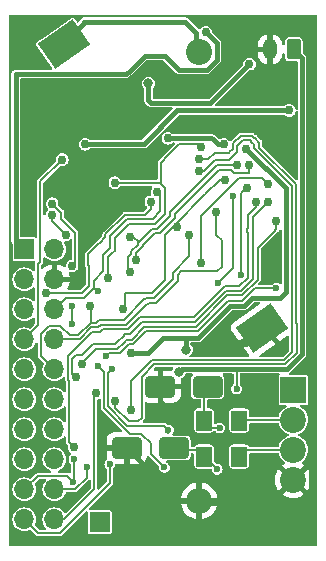
<source format=gbl>
G04 #@! TF.GenerationSoftware,KiCad,Pcbnew,7.0.10-7.0.10~ubuntu20.04.1*
G04 #@! TF.CreationDate,2024-06-08T11:46:56+02:00*
G04 #@! TF.ProjectId,MySMotherboard,4d79534d-6f74-4686-9572-626f6172642e,1.4*
G04 #@! TF.SameCoordinates,Original*
G04 #@! TF.FileFunction,Copper,L2,Bot*
G04 #@! TF.FilePolarity,Positive*
%FSLAX46Y46*%
G04 Gerber Fmt 4.6, Leading zero omitted, Abs format (unit mm)*
G04 Created by KiCad (PCBNEW 7.0.10-7.0.10~ubuntu20.04.1) date 2024-06-08 11:46:56*
%MOMM*%
%LPD*%
G01*
G04 APERTURE LIST*
G04 Aperture macros list*
%AMRoundRect*
0 Rectangle with rounded corners*
0 $1 Rounding radius*
0 $2 $3 $4 $5 $6 $7 $8 $9 X,Y pos of 4 corners*
0 Add a 4 corners polygon primitive as box body*
4,1,4,$2,$3,$4,$5,$6,$7,$8,$9,$2,$3,0*
0 Add four circle primitives for the rounded corners*
1,1,$1+$1,$2,$3*
1,1,$1+$1,$4,$5*
1,1,$1+$1,$6,$7*
1,1,$1+$1,$8,$9*
0 Add four rect primitives between the rounded corners*
20,1,$1+$1,$2,$3,$4,$5,0*
20,1,$1+$1,$4,$5,$6,$7,0*
20,1,$1+$1,$6,$7,$8,$9,0*
20,1,$1+$1,$8,$9,$2,$3,0*%
%AMRotRect*
0 Rectangle, with rotation*
0 The origin of the aperture is its center*
0 $1 length*
0 $2 width*
0 $3 Rotation angle, in degrees counterclockwise*
0 Add horizontal line*
21,1,$1,$2,0,0,$3*%
G04 Aperture macros list end*
G04 #@! TA.AperFunction,ComponentPad*
%ADD10R,1.700000X1.700000*%
G04 #@! TD*
G04 #@! TA.AperFunction,ComponentPad*
%ADD11RoundRect,0.250000X0.350000X0.625000X-0.350000X0.625000X-0.350000X-0.625000X0.350000X-0.625000X0*%
G04 #@! TD*
G04 #@! TA.AperFunction,ComponentPad*
%ADD12O,1.200000X1.750000*%
G04 #@! TD*
G04 #@! TA.AperFunction,ComponentPad*
%ADD13O,1.700000X1.700000*%
G04 #@! TD*
G04 #@! TA.AperFunction,SMDPad,CuDef*
%ADD14RotRect,2.600000X3.600000X125.000000*%
G04 #@! TD*
G04 #@! TA.AperFunction,SMDPad,CuDef*
%ADD15RoundRect,0.250000X-1.000000X-0.650000X1.000000X-0.650000X1.000000X0.650000X-1.000000X0.650000X0*%
G04 #@! TD*
G04 #@! TA.AperFunction,SMDPad,CuDef*
%ADD16RoundRect,0.250001X-0.462499X-0.624999X0.462499X-0.624999X0.462499X0.624999X-0.462499X0.624999X0*%
G04 #@! TD*
G04 #@! TA.AperFunction,ComponentPad*
%ADD17C,2.205000*%
G04 #@! TD*
G04 #@! TA.AperFunction,ComponentPad*
%ADD18R,2.200000X2.200000*%
G04 #@! TD*
G04 #@! TA.AperFunction,ComponentPad*
%ADD19C,2.200000*%
G04 #@! TD*
G04 #@! TA.AperFunction,ViaPad*
%ADD20C,0.762000*%
G04 #@! TD*
G04 #@! TA.AperFunction,ViaPad*
%ADD21C,0.800000*%
G04 #@! TD*
G04 #@! TA.AperFunction,ViaPad*
%ADD22C,0.600000*%
G04 #@! TD*
G04 #@! TA.AperFunction,Conductor*
%ADD23C,0.406400*%
G04 #@! TD*
G04 #@! TA.AperFunction,Conductor*
%ADD24C,0.400000*%
G04 #@! TD*
G04 #@! TA.AperFunction,Conductor*
%ADD25C,0.203200*%
G04 #@! TD*
G04 #@! TA.AperFunction,Conductor*
%ADD26C,0.200000*%
G04 #@! TD*
G04 APERTURE END LIST*
D10*
X143125000Y-125450000D03*
D11*
X159550000Y-85425000D03*
D12*
X157550000Y-85425000D03*
D10*
X136750000Y-102350000D03*
D13*
X139290000Y-102350000D03*
X136750000Y-104890000D03*
X139290000Y-104890000D03*
X136750000Y-107430000D03*
X139290000Y-107430000D03*
X136750000Y-109970000D03*
X139290000Y-109970000D03*
X136750000Y-112510000D03*
X139290000Y-112510000D03*
X136750000Y-115050000D03*
X139290000Y-115050000D03*
X136750000Y-117590000D03*
X139290000Y-117590000D03*
X136750000Y-120130000D03*
X139290000Y-120130000D03*
X136750000Y-122670000D03*
X139290000Y-122670000D03*
X136750000Y-125210000D03*
X139290000Y-125210000D03*
D14*
X140100000Y-85000000D03*
X156905790Y-109001154D03*
D15*
X145425000Y-119175000D03*
X149425000Y-119175000D03*
D16*
X151962500Y-116850000D03*
X154937500Y-116850000D03*
X151962500Y-119900000D03*
X154937500Y-119900000D03*
D17*
X151550000Y-85675000D03*
X151550000Y-123645000D03*
D18*
X159525000Y-114260000D03*
D19*
X159525000Y-116800000D03*
X159525000Y-119340000D03*
X159525000Y-121880000D03*
D15*
X148275000Y-113975000D03*
X152275000Y-113975000D03*
D20*
X145356581Y-94818579D03*
D21*
X154700000Y-110375000D03*
D20*
X161015567Y-109635526D03*
D21*
X141250000Y-88850000D03*
X154325000Y-86725000D03*
D20*
X145803621Y-98720019D03*
X157528262Y-83256500D03*
D21*
X158110300Y-110935300D03*
D20*
X157914340Y-101788341D03*
X149450000Y-124275000D03*
D21*
X150275000Y-88550000D03*
D20*
X142166340Y-97074100D03*
X160982662Y-89725000D03*
X145051781Y-124404500D03*
X160982659Y-99918900D03*
X157182821Y-104978579D03*
X145756400Y-111131224D03*
X155536900Y-93822900D03*
D21*
X150450000Y-110850000D03*
D20*
X148900000Y-92949141D03*
X153626821Y-93457141D03*
D22*
X154725000Y-114150000D03*
D21*
X149847600Y-112727400D03*
X147250000Y-88300000D03*
D20*
X155801062Y-86670260D03*
X152123143Y-83967700D03*
X141902181Y-93457141D03*
X159174181Y-90592019D03*
X157365700Y-96789619D03*
X151716740Y-103515541D03*
X155780740Y-95245300D03*
D22*
X142025000Y-120825000D03*
D20*
X146210021Y-103292019D03*
X149684740Y-100467541D03*
X145141598Y-107428527D03*
D22*
X140900000Y-122025000D03*
X140950000Y-120125000D03*
D20*
X153708100Y-96505141D03*
X145722340Y-104287700D03*
D22*
X143975000Y-120550000D03*
D20*
X145681700Y-101300660D03*
X154764740Y-95204660D03*
D22*
X153175000Y-105250000D03*
X154450000Y-97850000D03*
D20*
X155569861Y-97135862D03*
D22*
X155075000Y-104525000D03*
D20*
X140235940Y-101138100D03*
X139077700Y-99471860D03*
X141597381Y-112029619D03*
X158097218Y-99939219D03*
X157365700Y-98354260D03*
X141109700Y-113187860D03*
X156390340Y-98354260D03*
X140967459Y-119121300D03*
X153017218Y-99207700D03*
D22*
X148950000Y-117650000D03*
X143000000Y-105925000D03*
X144175000Y-112475000D03*
D20*
X147998181Y-97480500D03*
X147469859Y-98333941D03*
D22*
X140825000Y-107150000D03*
X140800000Y-108700000D03*
X148600000Y-120825000D03*
X143025000Y-112275000D03*
D20*
X138569700Y-106075860D03*
D22*
X143650000Y-111425000D03*
X158075000Y-105625000D03*
D20*
X139951459Y-94757619D03*
X143873218Y-104775379D03*
X144421862Y-96728660D03*
X151700000Y-93685741D03*
X142850000Y-114525000D03*
X151554181Y-95712660D03*
X145791495Y-115992390D03*
X144458400Y-115179219D03*
X151554181Y-94737300D03*
X150721062Y-101117779D03*
X140784581Y-103759379D03*
X139098021Y-98496500D03*
X142300000Y-107125000D03*
D22*
X153075000Y-120975000D03*
X153275000Y-117475000D03*
D23*
X160982659Y-99918900D02*
X160982662Y-99918903D01*
D24*
X139290000Y-104890000D02*
X141346240Y-104890000D01*
X149895000Y-123645000D02*
X151550000Y-123645000D01*
X148275000Y-115176166D02*
X151573834Y-118475000D01*
X158110300Y-110935300D02*
X158110300Y-110205664D01*
X158110300Y-110205664D02*
X156905790Y-109001154D01*
D23*
X141597381Y-102540179D02*
X142613381Y-101524179D01*
X161028200Y-112802338D02*
X161028200Y-122621800D01*
X160982662Y-109668431D02*
X160982662Y-112756800D01*
X154125000Y-123850000D02*
X151639100Y-123850000D01*
D24*
X141250000Y-88850000D02*
X145635945Y-88850000D01*
D23*
X139362181Y-105080179D02*
X139298540Y-104887700D01*
X157914340Y-101788341D02*
X158259781Y-102133779D01*
D24*
X154700000Y-110375000D02*
X155531944Y-110375000D01*
D23*
X157284421Y-104795700D02*
X157182821Y-104978579D01*
X160982662Y-99918903D02*
X160982662Y-109602621D01*
D25*
X143243300Y-97439860D02*
X143141700Y-97622741D01*
X143243300Y-96931860D02*
X143243300Y-97439860D01*
D23*
X142714981Y-97622741D02*
X143141700Y-97622741D01*
D24*
X151573834Y-118475000D02*
X152575000Y-118475000D01*
D23*
X158259781Y-103820341D02*
X157284421Y-104795700D01*
X149320500Y-124404500D02*
X149450000Y-124275000D01*
D24*
X155531944Y-110375000D02*
X156905790Y-109001154D01*
D23*
X160982662Y-89725000D02*
X160982662Y-91775000D01*
D24*
X146938345Y-87547600D02*
X149272600Y-87547600D01*
D23*
X161028200Y-122621800D02*
X159800000Y-123850000D01*
D24*
X149272600Y-87547600D02*
X150275000Y-88550000D01*
D23*
X142613381Y-98902900D02*
X142613381Y-97805619D01*
D24*
X141346240Y-104890000D02*
X141597381Y-104638859D01*
D23*
X159800000Y-123850000D02*
X154125000Y-123850000D01*
D24*
X145425000Y-119175000D02*
X149895000Y-123645000D01*
D23*
X145803621Y-98720019D02*
X145620740Y-98902900D01*
X160982662Y-112756800D02*
X161028200Y-112802338D01*
X142166340Y-97074100D02*
X142714981Y-97622741D01*
X145620740Y-98902900D02*
X142613381Y-98902900D01*
X160982662Y-98862260D02*
X160982662Y-91775000D01*
D25*
X145356581Y-94818579D02*
X143243300Y-96931860D01*
D24*
X160957662Y-91800000D02*
X160982662Y-91775000D01*
D23*
X157528262Y-83256500D02*
X157528262Y-85369779D01*
D24*
X154325000Y-86725000D02*
X152500000Y-88550000D01*
D23*
X142613381Y-101524179D02*
X142613381Y-98902900D01*
X157528262Y-85369779D02*
X157527700Y-85371100D01*
X139301218Y-104876979D02*
X139298540Y-104887700D01*
X160982659Y-99918900D02*
X160982659Y-98862260D01*
X145051781Y-124404500D02*
X149320500Y-124404500D01*
X141597381Y-103860979D02*
X141597381Y-102540179D01*
X151639100Y-123850000D02*
X151277700Y-123488600D01*
X160982662Y-109602621D02*
X161015567Y-109635526D01*
X161015567Y-109635526D02*
X160982662Y-109668431D01*
D24*
X141597381Y-104638859D02*
X141597381Y-103860979D01*
X153825000Y-119725000D02*
X153825000Y-123550000D01*
X152575000Y-118475000D02*
X153825000Y-119725000D01*
X152500000Y-88550000D02*
X150275000Y-88550000D01*
X153825000Y-123550000D02*
X154125000Y-123850000D01*
D23*
X142613381Y-97805619D02*
X142714981Y-97622741D01*
X158259781Y-102133779D02*
X158259781Y-103820341D01*
D24*
X148275000Y-113975000D02*
X148275000Y-115176166D01*
D23*
X160982659Y-98862260D02*
X160982662Y-98862260D01*
D24*
X145635945Y-88850000D02*
X146938345Y-87547600D01*
D23*
X152570181Y-92949141D02*
X152753062Y-93050741D01*
X158889700Y-105985300D02*
X158889700Y-97175700D01*
X148900000Y-92949141D02*
X152570181Y-92949141D01*
X151458394Y-109850000D02*
X154153194Y-107155200D01*
X153159462Y-93457141D02*
X153626821Y-93457141D01*
X148511562Y-109850000D02*
X150450000Y-109850000D01*
D24*
X150450000Y-110850000D02*
X150450000Y-109850000D01*
D23*
X156010552Y-106475000D02*
X158400000Y-106475000D01*
X155330352Y-107155200D02*
X156010552Y-106475000D01*
X158889700Y-97175700D02*
X155536900Y-93822900D01*
X158400000Y-106475000D02*
X158889700Y-105985300D01*
X150450000Y-109850000D02*
X151458394Y-109850000D01*
X154153194Y-107155200D02*
X155330352Y-107155200D01*
X152753062Y-93050741D02*
X153159462Y-93457141D01*
X145756400Y-111131224D02*
X147230338Y-111131224D01*
X147230338Y-111131224D02*
X148511562Y-109850000D01*
X150355300Y-83073619D02*
X151290021Y-84008341D01*
D24*
X160273340Y-101726660D02*
X160275000Y-101725000D01*
X154725000Y-112502000D02*
X150073000Y-112502000D01*
D23*
X140114021Y-84983700D02*
X140096887Y-84992244D01*
D24*
X160249259Y-86124259D02*
X159550000Y-85425000D01*
D23*
X141719300Y-83256500D02*
X140114021Y-84861779D01*
X151290021Y-85512019D02*
X151277700Y-85518600D01*
X141820900Y-83073619D02*
X150355300Y-83073619D01*
D24*
X160273340Y-111251660D02*
X160273340Y-101726660D01*
X160275000Y-101725000D02*
X160249259Y-101699259D01*
X150073000Y-112502000D02*
X149847600Y-112727400D01*
D23*
X151290021Y-84008341D02*
X151290021Y-85512019D01*
D24*
X159023000Y-112502000D02*
X160273340Y-111251660D01*
D23*
X140114021Y-84861779D02*
X140114021Y-84983700D01*
D24*
X160249259Y-101699259D02*
X160249259Y-86124259D01*
X154725000Y-112502000D02*
X159023000Y-112502000D01*
D23*
X141719300Y-83256500D02*
X141820900Y-83073619D01*
D26*
X154725000Y-114150000D02*
X154725000Y-112502000D01*
D23*
X147510500Y-89982419D02*
X147286981Y-89758900D01*
D24*
X147250000Y-88300000D02*
X147250000Y-89721919D01*
X147250000Y-89721919D02*
X147286981Y-89758900D01*
D23*
X155801062Y-86670260D02*
X152488900Y-89982419D01*
X152488900Y-89982419D02*
X147510500Y-89982419D01*
X148628100Y-85959060D02*
X146961862Y-85959060D01*
D24*
X153052500Y-84897057D02*
X153052500Y-86297356D01*
X152172356Y-87177500D02*
X149846540Y-87177500D01*
X153052500Y-86297356D02*
X152172356Y-87177500D01*
X152123143Y-83967700D02*
X153052500Y-84897057D01*
D23*
X146961862Y-85959060D02*
X145600421Y-87320500D01*
X145315940Y-87523700D02*
X136009381Y-87523700D01*
X145417540Y-87422100D02*
X145315940Y-87523700D01*
X145417540Y-87422100D02*
X145600421Y-87320500D01*
X136740900Y-102336979D02*
X136758540Y-102347700D01*
X136009381Y-101605460D02*
X136009381Y-87523700D01*
X149745700Y-87076660D02*
X148628100Y-85959060D01*
X136740900Y-102336979D02*
X136009381Y-101605460D01*
D24*
X149846540Y-87177500D02*
X149745700Y-87076660D01*
D23*
X152123140Y-83967700D02*
X152123143Y-83967700D01*
D24*
X159150000Y-90616200D02*
X159174181Y-90592019D01*
X159250000Y-90516200D02*
X159174181Y-90592019D01*
D23*
X159174181Y-90592019D02*
X149705062Y-90592019D01*
X146839940Y-93457141D02*
X141902181Y-93457141D01*
X149705062Y-90592019D02*
X146839940Y-93457141D01*
D25*
X151716740Y-99512500D02*
X154906981Y-96322260D01*
X151716740Y-103515541D02*
X151716740Y-99512500D01*
X154906981Y-96322260D02*
X156898340Y-96322260D01*
X156898340Y-96322260D02*
X157365700Y-96789619D01*
X155780740Y-95895541D02*
X154480259Y-95895541D01*
X149481540Y-99695379D02*
X148221700Y-100955219D01*
X155780740Y-95895541D02*
X155780740Y-95245300D01*
D26*
X142025000Y-121720244D02*
X141075244Y-122670000D01*
D25*
X147774662Y-101016179D02*
X146758662Y-102032179D01*
X153200100Y-95631379D02*
X149481540Y-99349941D01*
X146758662Y-102032179D02*
X146758662Y-102113460D01*
X149481540Y-99349941D02*
X149481540Y-99695379D01*
X146758662Y-102113460D02*
X146210021Y-102662100D01*
X154216100Y-95631379D02*
X153200100Y-95631379D01*
X148140421Y-101016179D02*
X148221700Y-100955219D01*
D26*
X142025000Y-120825000D02*
X142025000Y-121720244D01*
D25*
X146210021Y-102662100D02*
X146210021Y-103292019D01*
X148140421Y-101016179D02*
X147774662Y-101016179D01*
X154480259Y-95895541D02*
X154216100Y-95631379D01*
D26*
X141075244Y-122670000D02*
X139290000Y-122670000D01*
D25*
X149491700Y-100274500D02*
X152001218Y-97764979D01*
X148628100Y-104978579D02*
X148628100Y-101138100D01*
X145234662Y-106136819D02*
X145295618Y-106055541D01*
X152082500Y-97704019D02*
X153281381Y-96505141D01*
X147551140Y-106055541D02*
X148628100Y-104978579D01*
X148628100Y-101138100D02*
X149491700Y-100274500D01*
X145141598Y-107428527D02*
X145234662Y-107335463D01*
X145234662Y-107335463D02*
X145234662Y-106136819D01*
X149562821Y-100345619D02*
X149491700Y-100274500D01*
X152082500Y-97704019D02*
X152001218Y-97764979D01*
D26*
X140395000Y-121520000D02*
X137900000Y-121520000D01*
D25*
X145295618Y-106055541D02*
X147551140Y-106055541D01*
X153281381Y-96505141D02*
X153708100Y-96505141D01*
X149684740Y-100467541D02*
X149562821Y-100345619D01*
D26*
X137900000Y-121520000D02*
X136750000Y-122670000D01*
X140900000Y-122025000D02*
X140395000Y-121520000D01*
X140950000Y-120125000D02*
X140950000Y-121975000D01*
X140950000Y-121975000D02*
X140900000Y-122025000D01*
D25*
X145803621Y-102723060D02*
X145803621Y-102479219D01*
X145519140Y-103007541D02*
X145803621Y-102723060D01*
X153037540Y-95204660D02*
X149075140Y-99167060D01*
X147977859Y-100609779D02*
X147591781Y-100609779D01*
D26*
X139766346Y-126360000D02*
X137900000Y-126360000D01*
D25*
X146392900Y-101849300D02*
X146433540Y-101768019D01*
X145681700Y-101300660D02*
X145966181Y-101300660D01*
X145966181Y-101300660D02*
X146433540Y-101768019D01*
X145519140Y-104084500D02*
X145519140Y-103007541D01*
X146331940Y-101930579D02*
X146392900Y-101849300D01*
X149075140Y-99512500D02*
X147977859Y-100609779D01*
D26*
X143975000Y-122151346D02*
X139766346Y-126360000D01*
D25*
X146331940Y-101950900D02*
X146331940Y-101930579D01*
D26*
X143975000Y-120550000D02*
X143975000Y-122151346D01*
D25*
X154764740Y-95204660D02*
X153037540Y-95204660D01*
X145803621Y-102479219D02*
X146331940Y-101950900D01*
X147591781Y-100609779D02*
X146433540Y-101768019D01*
X149075140Y-99167060D02*
X149075140Y-99512500D01*
D26*
X137900000Y-126360000D02*
X136750000Y-125210000D01*
D25*
X145722340Y-104287700D02*
X145519140Y-104084500D01*
D26*
X154450000Y-97850000D02*
X154450000Y-103975000D01*
X154450000Y-103975000D02*
X153175000Y-105250000D01*
X155125000Y-104350000D02*
X155125000Y-104475000D01*
X155125000Y-97580723D02*
X155125000Y-104350000D01*
X155569861Y-97135862D02*
X155125000Y-97580723D01*
D25*
X140235940Y-101138100D02*
X139077700Y-99979860D01*
X139077700Y-99979860D02*
X139077700Y-99471860D01*
X157995621Y-100691060D02*
X158097218Y-100650419D01*
D26*
X151252158Y-108925000D02*
X146937200Y-108925000D01*
D25*
X145823940Y-110038260D02*
X145397221Y-110038260D01*
D26*
X153926079Y-106251079D02*
X151252158Y-108925000D01*
D25*
X145397221Y-110038260D02*
X145234662Y-110200819D01*
X142694662Y-110891700D02*
X141597381Y-111988979D01*
X156491940Y-102215060D02*
X157934662Y-100772341D01*
X141597381Y-111988979D02*
X141597381Y-112029619D01*
X144604740Y-110810419D02*
X145153381Y-110261779D01*
X146921221Y-108940979D02*
X145823940Y-110038260D01*
D26*
X155163631Y-106251079D02*
X153926079Y-106251079D01*
D25*
X142755621Y-110810419D02*
X144604740Y-110810419D01*
D26*
X156491940Y-102215060D02*
X156491940Y-104922770D01*
X146937200Y-108925000D02*
X146921221Y-108940979D01*
D25*
X157934662Y-100772341D02*
X157995621Y-100691060D01*
X142694662Y-110891700D02*
X142755621Y-110810419D01*
X145234662Y-110200819D02*
X145153381Y-110261779D01*
X158097218Y-99939219D02*
X158097218Y-100650419D01*
D26*
X156491940Y-104922770D02*
X155163631Y-106251079D01*
D25*
X142674340Y-110404019D02*
X144401540Y-110404019D01*
D26*
X155069540Y-105880460D02*
X153834250Y-105880460D01*
X151180131Y-108534579D02*
X146738340Y-108534579D01*
D25*
X156105859Y-99614100D02*
X157365700Y-98354260D01*
D26*
X153834250Y-105880460D02*
X151180131Y-108534579D01*
D25*
X141617700Y-111338741D02*
X142593059Y-110363379D01*
X155069540Y-105880460D02*
X156105859Y-104844141D01*
X144848581Y-109977300D02*
X144990818Y-109835060D01*
X144401540Y-110404019D02*
X144767300Y-110038260D01*
X144767300Y-110038260D02*
X144848581Y-109977300D01*
X156105859Y-104844141D02*
X156105859Y-99614100D01*
X145722340Y-109550579D02*
X146738340Y-108534579D01*
X141109700Y-111338741D02*
X141617700Y-111338741D01*
X144990818Y-109835060D02*
X145072100Y-109774100D01*
X145295621Y-109550579D02*
X145722340Y-109550579D01*
X141109700Y-113187860D02*
X140825221Y-112903379D01*
X142593059Y-110363379D02*
X142674340Y-110404019D01*
X140825221Y-112903379D02*
X140825221Y-111623219D01*
X145072100Y-109774100D02*
X145295621Y-109550579D01*
X140825221Y-111623219D02*
X141109700Y-111338741D01*
X155679140Y-99451541D02*
X155679140Y-100548819D01*
X155679140Y-100548819D02*
X155618181Y-100630100D01*
X145539462Y-109144179D02*
X143405862Y-109144179D01*
X155618181Y-100630100D02*
X155618181Y-100873941D01*
X155658821Y-100955219D02*
X155658821Y-104766179D01*
X140500000Y-118653841D02*
X140967459Y-119121300D01*
X140474700Y-113450886D02*
X140500000Y-113476186D01*
X142471140Y-109388019D02*
X140474700Y-111384459D01*
X153750000Y-105500000D02*
X151121821Y-108128179D01*
X155618181Y-100873941D02*
X155658821Y-100955219D01*
X151121821Y-108128179D02*
X146555462Y-108128179D01*
X156390340Y-98354260D02*
X156390340Y-98740341D01*
X140474700Y-111384459D02*
X140474700Y-113450886D01*
X154925000Y-105500000D02*
X153750000Y-105500000D01*
X140500000Y-113476186D02*
X140500000Y-118653841D01*
X143405862Y-109144179D02*
X143162021Y-109388019D01*
X156390340Y-98740341D02*
X155679140Y-99451541D01*
X143162021Y-109388019D02*
X142471140Y-109388019D01*
X155658821Y-104766179D02*
X154925000Y-105500000D01*
X146555462Y-108128179D02*
X145539462Y-109144179D01*
X141435206Y-109956979D02*
X142430885Y-108961300D01*
X139504421Y-109956979D02*
X141435206Y-109956979D01*
X153464262Y-101605460D02*
X153078181Y-101219379D01*
X153078181Y-101219379D02*
X153017218Y-101138100D01*
X139301218Y-109956979D02*
X139298540Y-109967700D01*
X147876259Y-106908979D02*
X149725381Y-105059860D01*
X149725381Y-105059860D02*
X149725381Y-104490900D01*
X147104100Y-106990260D02*
X147205700Y-106990260D01*
X139298540Y-109967700D02*
X139504421Y-109956979D01*
X153017218Y-101138100D02*
X153017218Y-99207700D01*
X142430885Y-108961300D02*
X142999459Y-108961300D01*
X149725381Y-104490900D02*
X150009859Y-104206419D01*
X153078181Y-104206419D02*
X153464262Y-103820341D01*
X145356581Y-108737779D02*
X147104100Y-106990260D01*
X153464262Y-103820341D02*
X153464262Y-101605460D01*
X139402818Y-109956979D02*
X139298540Y-109967700D01*
X142999459Y-108961300D02*
X143222981Y-108737779D01*
X143222981Y-108737779D02*
X145356581Y-108737779D01*
X150009859Y-104206419D02*
X153078181Y-104206419D01*
X147205700Y-106990260D02*
X147266659Y-106908979D01*
X147266659Y-106908979D02*
X147876259Y-106908979D01*
D26*
X145466277Y-117275000D02*
X143825000Y-115633723D01*
D25*
X147652740Y-99756341D02*
X148262340Y-99146741D01*
D26*
X148950000Y-117650000D02*
X148575000Y-117275000D01*
D25*
X139301218Y-107416979D02*
X139298540Y-107427700D01*
X140256262Y-106441619D02*
X141820900Y-106441619D01*
X144015462Y-102174419D02*
X144015459Y-102276019D01*
X148262340Y-97744660D02*
X147998181Y-97480500D01*
X147266659Y-99756341D02*
X147652740Y-99756341D01*
D26*
X148575000Y-117275000D02*
X145466277Y-117275000D01*
X143825000Y-115633723D02*
X143825000Y-112825000D01*
X148950000Y-117850000D02*
X148925000Y-117875000D01*
D25*
X139362181Y-107335700D02*
X139298540Y-107427700D01*
X147165062Y-99796979D02*
X147266659Y-99756341D01*
X143446500Y-104226741D02*
X143446500Y-102844979D01*
X148262340Y-99146741D02*
X148262340Y-97744660D01*
X141820900Y-106441619D02*
X142613381Y-105649141D01*
X142613381Y-105059860D02*
X143446500Y-104226741D01*
D26*
X143825000Y-112825000D02*
X144175000Y-112475000D01*
D25*
X143934181Y-102336979D02*
X144015459Y-102276019D01*
X144015462Y-102174419D02*
X144015462Y-101260019D01*
D26*
X148950000Y-117650000D02*
X148950000Y-117850000D01*
X143000000Y-105925000D02*
X142889240Y-105925000D01*
D25*
X147144740Y-99817300D02*
X147165062Y-99796979D01*
D26*
X142889240Y-105925000D02*
X142613381Y-105649141D01*
D25*
X143446500Y-102844979D02*
X143934181Y-102357300D01*
X143934181Y-102357300D02*
X143934181Y-102336979D01*
X144015462Y-101260019D02*
X145458181Y-99817300D01*
X139362181Y-107335700D02*
X140256262Y-106441619D01*
X145458181Y-99817300D02*
X147144740Y-99817300D01*
X142613381Y-105649141D02*
X142613381Y-105059860D01*
X139707621Y-106014900D02*
X139626340Y-106075860D01*
D26*
X143483400Y-115754571D02*
X145703829Y-117975000D01*
X143483400Y-112733400D02*
X143483400Y-115754571D01*
D25*
X143609062Y-101077141D02*
X145275300Y-99410900D01*
X143609062Y-101320979D02*
X143609062Y-101077141D01*
X147469859Y-98333941D02*
X147469859Y-98963860D01*
X143141700Y-101788341D02*
X143060421Y-101849300D01*
D26*
X140800000Y-108700000D02*
X140800000Y-107175000D01*
D25*
X142186662Y-104795700D02*
X142186662Y-103739060D01*
X142206981Y-104816019D02*
X142186662Y-104795700D01*
X138569700Y-106075860D02*
X139626340Y-106075860D01*
X139707621Y-106014900D02*
X141658340Y-106014900D01*
X146961862Y-99410900D02*
X147368262Y-99004500D01*
D26*
X147450000Y-118765256D02*
X147450000Y-119675000D01*
X145703829Y-117975000D02*
X146659744Y-117975000D01*
X146659744Y-117975000D02*
X147450000Y-118765256D01*
D25*
X143141700Y-101788341D02*
X143609062Y-101320979D01*
X147368262Y-99004500D02*
X147469859Y-98963860D01*
D26*
X143025000Y-112275000D02*
X143483400Y-112733400D01*
X147450000Y-119675000D02*
X148600000Y-120825000D01*
X140800000Y-107175000D02*
X140825000Y-107150000D01*
D25*
X145275300Y-99410900D02*
X146961862Y-99410900D01*
X142206981Y-105466260D02*
X142206981Y-104816019D01*
X142125700Y-103657779D02*
X142125700Y-102784019D01*
X142125700Y-102784019D02*
X143060421Y-101849300D01*
X142125700Y-103657779D02*
X142186662Y-103739060D01*
X141658340Y-106014900D02*
X142206981Y-105466260D01*
D26*
X153975000Y-106725000D02*
X151410100Y-109289900D01*
X144852841Y-111139019D02*
X143935981Y-111139019D01*
X143935981Y-111139019D02*
X143650000Y-111425000D01*
X145625000Y-110366860D02*
X144852841Y-111139019D01*
X155152158Y-106725000D02*
X156252158Y-105625000D01*
X145960051Y-110366860D02*
X145625000Y-110366860D01*
X147039900Y-109289900D02*
X147038455Y-109288455D01*
X153975000Y-106725000D02*
X155152158Y-106725000D01*
X156252158Y-105625000D02*
X158075000Y-105625000D01*
X147038455Y-109288455D02*
X145960051Y-110366860D01*
X151410100Y-109289900D02*
X147039900Y-109289900D01*
D25*
X137901600Y-103598400D02*
X138100000Y-103400000D01*
X137901600Y-107907009D02*
X137901600Y-103598400D01*
X136801859Y-109875697D02*
X137878818Y-108798738D01*
X137878818Y-108798738D02*
X137878818Y-107929791D01*
X137878818Y-107929791D02*
X137901600Y-107907009D01*
X136758540Y-109967700D02*
X136801859Y-109875697D01*
X138100000Y-96609078D02*
X139951459Y-94757619D01*
X138100000Y-103400000D02*
X138100000Y-96609078D01*
X149826981Y-93477460D02*
X148993862Y-94310579D01*
X144279621Y-102621460D02*
X144198340Y-102682419D01*
X147327621Y-100223700D02*
X147429218Y-100183060D01*
X148282662Y-96647379D02*
X148221700Y-96728660D01*
X145641062Y-100223700D02*
X147327621Y-100223700D01*
X144442181Y-101422579D02*
X145641062Y-100223700D01*
X148689062Y-98902900D02*
X148668740Y-98984179D01*
X140142300Y-125207700D02*
X139298540Y-125207700D01*
X142850000Y-114525000D02*
X142675000Y-114700000D01*
X142675000Y-122675000D02*
X140142300Y-125207700D01*
X144198340Y-102682419D02*
X143873218Y-103007541D01*
X142675000Y-114700000D02*
X142675000Y-122675000D01*
X148668740Y-99329619D02*
X147815300Y-100183060D01*
X144442181Y-102458900D02*
X144442181Y-101422579D01*
X148689062Y-98902900D02*
X148689062Y-97175700D01*
X148689062Y-97175700D02*
X148302981Y-96789619D01*
X144421862Y-96728660D02*
X148221700Y-96728660D01*
X147815300Y-100183060D02*
X147429218Y-100183060D01*
X151491719Y-93477460D02*
X149826981Y-93477460D01*
X148993862Y-94310579D02*
X148932900Y-94391860D01*
X143873218Y-103007541D02*
X143873218Y-104775379D01*
X148932900Y-94391860D02*
X148282662Y-95042100D01*
X148302981Y-96789619D02*
X148221700Y-96728660D01*
X148668740Y-98984179D02*
X148668740Y-99329619D01*
X144279621Y-102621460D02*
X144442181Y-102458900D01*
X148282662Y-95042100D02*
X148282662Y-96647379D01*
X151700000Y-93685741D02*
X151491719Y-93477460D01*
X159377381Y-106604179D02*
X159397700Y-106685460D01*
X155252421Y-93132019D02*
X155821381Y-93132019D01*
X156288740Y-93863541D02*
X158666181Y-96240979D01*
X154785062Y-94087060D02*
X154785062Y-93599379D01*
X153890981Y-94798260D02*
X153931621Y-94757619D01*
X153931621Y-94757619D02*
X154012900Y-94798260D01*
X156105862Y-93396179D02*
X156227781Y-93518100D01*
X158666181Y-96261300D02*
X159316421Y-96911541D01*
X155821381Y-93132019D02*
X156004262Y-93314900D01*
X159397700Y-106502579D02*
X159377381Y-106604179D01*
X159377381Y-97033460D02*
X159397700Y-97135060D01*
X159397700Y-97135060D02*
X159397700Y-106502579D01*
X151940262Y-95712660D02*
X152854662Y-94798260D01*
X159316421Y-96911541D02*
X159316421Y-96952179D01*
X156227781Y-93782260D02*
X156288740Y-93863541D01*
X159397700Y-106685460D02*
X159397700Y-108880019D01*
D26*
X145791495Y-113533505D02*
X147580145Y-111744855D01*
D25*
X158666181Y-96240979D02*
X158666181Y-96261300D01*
X151554181Y-95712660D02*
X151940262Y-95712660D01*
X154785062Y-93599379D02*
X155252421Y-93132019D01*
D26*
X159425913Y-111032769D02*
X159425913Y-108908232D01*
X159425913Y-108908232D02*
X159397700Y-108880019D01*
D25*
X154012900Y-94798260D02*
X154073862Y-94798260D01*
X154073862Y-94798260D02*
X154785062Y-94087060D01*
X156227781Y-93518100D02*
X156227781Y-93782260D01*
X156044900Y-93314900D02*
X156105862Y-93396179D01*
X156004262Y-93314900D02*
X156044900Y-93314900D01*
D26*
X145791495Y-115992390D02*
X145791495Y-113533505D01*
X158710682Y-111748000D02*
X159425913Y-111032769D01*
D25*
X152854662Y-94798260D02*
X153890981Y-94798260D01*
D26*
X157419855Y-111744855D02*
X157423000Y-111748000D01*
D25*
X159316421Y-96952179D02*
X159377381Y-97033460D01*
D26*
X147580145Y-111744855D02*
X157419855Y-111744855D01*
X157423000Y-111748000D02*
X158710682Y-111748000D01*
X144458400Y-115179219D02*
X144458400Y-115783400D01*
D25*
X159727900Y-108620941D02*
X159804100Y-108697141D01*
D26*
X159804100Y-111117030D02*
X159804100Y-108697141D01*
D25*
X151554181Y-94737300D02*
X152326340Y-94737300D01*
X152854662Y-94208979D02*
X154053540Y-94208979D01*
X156248100Y-92908500D02*
X156654500Y-93314900D01*
X154053540Y-94208979D02*
X154114500Y-94127700D01*
D26*
X146675000Y-113140256D02*
X147740256Y-112075000D01*
D25*
X159727900Y-96835727D02*
X159727900Y-108620941D01*
D26*
X158846130Y-112075000D02*
X159804100Y-111117030D01*
D25*
X152326340Y-94737300D02*
X152854662Y-94208979D01*
D26*
X144458400Y-115783400D02*
X145575000Y-116900000D01*
D25*
X154378662Y-93457141D02*
X154419300Y-93375860D01*
X156187140Y-92908500D02*
X156248100Y-92908500D01*
D26*
X145575000Y-116900000D02*
X146375000Y-116900000D01*
X146675000Y-116600000D02*
X146675000Y-113140256D01*
D25*
X154378662Y-93863541D02*
X154378662Y-93457141D01*
X154419300Y-93375860D02*
X155069540Y-92725619D01*
X156004262Y-92725619D02*
X156187140Y-92908500D01*
D26*
X147740256Y-112075000D02*
X158846130Y-112075000D01*
X146375000Y-116900000D02*
X146675000Y-116600000D01*
D25*
X156634181Y-93742008D02*
X159727900Y-96835727D01*
X154114500Y-94127700D02*
X154378662Y-93863541D01*
X156634181Y-93375860D02*
X156634181Y-93742008D01*
X156654500Y-93355541D02*
X156634181Y-93375860D01*
X155069540Y-92725619D02*
X156004262Y-92725619D01*
X156654500Y-93314900D02*
X156654500Y-93355541D01*
X139788900Y-99187379D02*
X139890500Y-99228019D01*
X147002500Y-106522900D02*
X147104100Y-106482260D01*
X139788900Y-99187379D02*
X139098021Y-98496500D01*
X142816581Y-108554900D02*
X143060421Y-108311060D01*
X140804900Y-103739060D02*
X141069062Y-103474900D01*
X142350000Y-107175000D02*
X142300000Y-107125000D01*
D26*
X142350000Y-108554900D02*
X142350000Y-108577475D01*
X142350000Y-108577475D02*
X141299096Y-109628379D01*
D25*
X149298662Y-104897300D02*
X149298662Y-104328341D01*
D26*
X138140000Y-111360000D02*
X139290000Y-112510000D01*
D25*
X149298662Y-104328341D02*
X150721062Y-102905941D01*
D26*
X139766346Y-108820000D02*
X138813654Y-108820000D01*
D25*
X142350000Y-108554900D02*
X142816581Y-108554900D01*
X146921221Y-106583860D02*
X147002500Y-106522900D01*
D26*
X138140000Y-109493654D02*
X138140000Y-111360000D01*
X141299096Y-109628379D02*
X140574725Y-109628379D01*
D25*
X139890500Y-99817300D02*
X139890500Y-99228019D01*
X142350000Y-108554900D02*
X142350000Y-107175000D01*
X147713700Y-106482260D02*
X149298662Y-104897300D01*
X143060421Y-108311060D02*
X145194021Y-108311060D01*
X141069062Y-103474900D02*
X141069062Y-100995860D01*
D26*
X140574725Y-109628379D02*
X139766346Y-108820000D01*
D25*
X150721062Y-102905941D02*
X150721062Y-101117779D01*
X145194021Y-108311060D02*
X146921221Y-106583860D01*
X141069062Y-100995860D02*
X139890500Y-99817300D01*
X147104100Y-106482260D02*
X147713700Y-106482260D01*
D26*
X138813654Y-108820000D02*
X138140000Y-109493654D01*
D25*
X140804900Y-103739060D02*
X140784581Y-103759379D01*
D26*
X151962500Y-119350000D02*
X151962500Y-119837500D01*
X151962500Y-119862500D02*
X153075000Y-120975000D01*
X151962500Y-119350000D02*
X151962500Y-119862500D01*
X149600000Y-119350000D02*
X149425000Y-119175000D01*
X151962500Y-119350000D02*
X149600000Y-119350000D01*
X151987500Y-114262500D02*
X152275000Y-113975000D01*
X151987500Y-116850000D02*
X151987500Y-114262500D01*
X153275000Y-117475000D02*
X152612500Y-117475000D01*
X152612500Y-117475000D02*
X151987500Y-116850000D01*
X155012500Y-116800000D02*
X154962500Y-116850000D01*
X159525000Y-116800000D02*
X155012500Y-116800000D01*
X154947500Y-119340000D02*
X154937500Y-119350000D01*
X159525000Y-119340000D02*
X154947500Y-119340000D01*
G04 #@! TA.AperFunction,Conductor*
G36*
X159132956Y-109670704D02*
G01*
X159168617Y-109721634D01*
X159173013Y-109751047D01*
X159173013Y-110886344D01*
X159153800Y-110945475D01*
X159143548Y-110957479D01*
X158635392Y-111465635D01*
X158579994Y-111493861D01*
X158564257Y-111495100D01*
X157470485Y-111495100D01*
X157450860Y-111493167D01*
X157444766Y-111491955D01*
X157444765Y-111491954D01*
X157419855Y-111487000D01*
X157404662Y-111490022D01*
X157385036Y-111491955D01*
X156729811Y-111491955D01*
X156670680Y-111472742D01*
X156634135Y-111422442D01*
X156634135Y-111360268D01*
X156670680Y-111309968D01*
X156672109Y-111308948D01*
X159014711Y-109668640D01*
X159074169Y-109650462D01*
X159132956Y-109670704D01*
G37*
G04 #@! TD.AperFunction*
G04 #@! TA.AperFunction,Conductor*
G36*
X156682826Y-106850313D02*
G01*
X156719371Y-106900613D01*
X156719371Y-106962787D01*
X156682826Y-107013087D01*
X156681397Y-107014107D01*
X154378859Y-108626361D01*
X154378845Y-108626372D01*
X154355258Y-108646416D01*
X154355254Y-108646421D01*
X154274944Y-108758123D01*
X154274941Y-108758129D01*
X154231124Y-108888542D01*
X154231124Y-108888544D01*
X154227693Y-109026085D01*
X154264958Y-109158527D01*
X154280270Y-109185436D01*
X154926564Y-110108440D01*
X156879423Y-108741034D01*
X156938881Y-108722856D01*
X156997668Y-108743098D01*
X157019532Y-108765739D01*
X157165908Y-108974787D01*
X157184086Y-109034245D01*
X157163844Y-109093032D01*
X157141203Y-109114896D01*
X155188344Y-110482302D01*
X155784468Y-111333653D01*
X155802646Y-111393111D01*
X155782404Y-111451898D01*
X155731474Y-111487559D01*
X155702061Y-111491955D01*
X150817983Y-111491955D01*
X150758852Y-111472742D01*
X150722307Y-111422442D01*
X150722307Y-111360268D01*
X150756740Y-111311545D01*
X150844333Y-111244333D01*
X150932957Y-111128836D01*
X150988669Y-110994336D01*
X151000951Y-110901042D01*
X151007671Y-110850003D01*
X151007671Y-110849996D01*
X150988670Y-110705667D01*
X150932959Y-110571169D01*
X150932958Y-110571167D01*
X150932957Y-110571166D01*
X150932957Y-110571165D01*
X150844333Y-110455667D01*
X150842252Y-110454070D01*
X150841188Y-110452522D01*
X150839671Y-110451005D01*
X150839952Y-110450723D01*
X150807040Y-110402827D01*
X150802900Y-110374263D01*
X150802900Y-110306700D01*
X150822113Y-110247569D01*
X150872413Y-110211024D01*
X150903500Y-110206100D01*
X151411026Y-110206100D01*
X151431670Y-110208240D01*
X151443475Y-110210716D01*
X151474304Y-110206872D01*
X151486749Y-110206100D01*
X151487901Y-110206100D01*
X151487902Y-110206100D01*
X151507714Y-110202793D01*
X151511790Y-110202200D01*
X151561407Y-110196015D01*
X151568573Y-110193881D01*
X151575615Y-110191464D01*
X151575616Y-110191463D01*
X151575618Y-110191463D01*
X151619620Y-110167649D01*
X151623255Y-110165778D01*
X151668176Y-110143819D01*
X151668179Y-110143815D01*
X151674285Y-110139456D01*
X151680137Y-110134901D01*
X151680137Y-110134900D01*
X151680140Y-110134899D01*
X151714019Y-110098094D01*
X151716852Y-110095141D01*
X154271230Y-107540765D01*
X154326628Y-107512539D01*
X154342365Y-107511300D01*
X155282984Y-107511300D01*
X155303628Y-107513440D01*
X155315433Y-107515916D01*
X155346262Y-107512072D01*
X155358707Y-107511300D01*
X155359859Y-107511300D01*
X155359860Y-107511300D01*
X155379672Y-107507993D01*
X155383748Y-107507400D01*
X155433365Y-107501215D01*
X155440531Y-107499081D01*
X155447573Y-107496664D01*
X155447574Y-107496663D01*
X155447576Y-107496663D01*
X155491578Y-107472849D01*
X155495213Y-107470978D01*
X155540134Y-107449019D01*
X155540137Y-107449015D01*
X155546243Y-107444656D01*
X155552095Y-107440101D01*
X155552095Y-107440100D01*
X155552098Y-107440099D01*
X155585977Y-107403294D01*
X155588810Y-107400341D01*
X156128588Y-106860565D01*
X156183986Y-106832339D01*
X156199723Y-106831100D01*
X156623695Y-106831100D01*
X156682826Y-106850313D01*
G37*
G04 #@! TD.AperFunction*
G04 #@! TA.AperFunction,Conductor*
G36*
X158498386Y-100704272D02*
G01*
X158530836Y-100757306D01*
X158533600Y-100780725D01*
X158533600Y-105197126D01*
X158514387Y-105256257D01*
X158464087Y-105292802D01*
X158401913Y-105292802D01*
X158378612Y-105281756D01*
X158265076Y-105208792D01*
X158265075Y-105208791D01*
X158176808Y-105182873D01*
X158140117Y-105172100D01*
X158009883Y-105172100D01*
X157981520Y-105180428D01*
X157884924Y-105208791D01*
X157884923Y-105208792D01*
X157775364Y-105279200D01*
X157775363Y-105279201D01*
X157724953Y-105337379D01*
X157671710Y-105369485D01*
X157648924Y-105372100D01*
X156643133Y-105372100D01*
X156584002Y-105352887D01*
X156547457Y-105302587D01*
X156547457Y-105240413D01*
X156571998Y-105200366D01*
X156646142Y-105126221D01*
X156661387Y-105113709D01*
X156674271Y-105105101D01*
X156730167Y-105021447D01*
X156744840Y-104947681D01*
X156744840Y-104947680D01*
X156749795Y-104922770D01*
X156746773Y-104907577D01*
X156744840Y-104887951D01*
X156744840Y-102363747D01*
X156764053Y-102304616D01*
X156774305Y-102292612D01*
X156959302Y-102107615D01*
X158107812Y-100959107D01*
X158111751Y-100955377D01*
X158123224Y-100945092D01*
X158123228Y-100945087D01*
X158123537Y-100944751D01*
X158132037Y-100934950D01*
X158132336Y-100934584D01*
X158132346Y-100934575D01*
X158133586Y-100932719D01*
X158134389Y-100932085D01*
X158135488Y-100930747D01*
X158135781Y-100930987D01*
X158182409Y-100894224D01*
X158195824Y-100890440D01*
X158196512Y-100890154D01*
X158196519Y-100890153D01*
X158236849Y-100863203D01*
X158237708Y-100862637D01*
X158278455Y-100836124D01*
X158278456Y-100836122D01*
X158278529Y-100836075D01*
X158279135Y-100835470D01*
X158279994Y-100834621D01*
X158280651Y-100833979D01*
X158280890Y-100833622D01*
X158307650Y-100793570D01*
X158308246Y-100792690D01*
X158335725Y-100752631D01*
X158335725Y-100752628D01*
X158335776Y-100752555D01*
X158336120Y-100751726D01*
X158336585Y-100750622D01*
X158339037Y-100744898D01*
X158339293Y-100744070D01*
X158340084Y-100742164D01*
X158380495Y-100694914D01*
X158440961Y-100680440D01*
X158498386Y-100704272D01*
G37*
G04 #@! TD.AperFunction*
G04 #@! TA.AperFunction,Conductor*
G36*
X140747541Y-101462579D02*
G01*
X140796868Y-101500427D01*
X140814562Y-101557409D01*
X140814562Y-103128700D01*
X140795349Y-103187831D01*
X140745049Y-103224376D01*
X140727094Y-103228439D01*
X140645204Y-103239220D01*
X140515332Y-103293015D01*
X140515325Y-103293019D01*
X140403802Y-103378594D01*
X140403796Y-103378600D01*
X140318221Y-103490123D01*
X140318217Y-103490130D01*
X140264422Y-103620003D01*
X140246074Y-103759375D01*
X140246074Y-103765973D01*
X140244668Y-103765973D01*
X140234666Y-103819933D01*
X140189566Y-103862730D01*
X140127923Y-103870844D01*
X140088556Y-103854336D01*
X139945697Y-103754305D01*
X139945689Y-103754300D01*
X139738525Y-103657697D01*
X139518200Y-103598661D01*
X139518200Y-104444542D01*
X139432315Y-104405320D01*
X139325763Y-104390000D01*
X139254237Y-104390000D01*
X139147685Y-104405320D01*
X139061800Y-104444542D01*
X139061800Y-103598661D01*
X139061799Y-103598661D01*
X138841474Y-103657697D01*
X138634310Y-103754300D01*
X138634302Y-103754305D01*
X138447052Y-103885419D01*
X138327835Y-104004637D01*
X138272437Y-104032863D01*
X138211029Y-104023137D01*
X138167065Y-103979173D01*
X138156100Y-103933502D01*
X138156100Y-103745487D01*
X138175313Y-103686356D01*
X138185565Y-103674353D01*
X138255231Y-103604686D01*
X138270468Y-103592179D01*
X138283484Y-103583484D01*
X138292937Y-103569336D01*
X138292947Y-103569322D01*
X138297682Y-103562235D01*
X138297684Y-103562234D01*
X138339734Y-103499301D01*
X138359486Y-103400000D01*
X138356433Y-103384651D01*
X138354500Y-103365025D01*
X138354500Y-103072129D01*
X138373713Y-103012998D01*
X138424013Y-102976453D01*
X138486187Y-102976453D01*
X138532863Y-103008308D01*
X138577411Y-103062589D01*
X138730122Y-103187916D01*
X138904350Y-103281042D01*
X138904352Y-103281042D01*
X138904353Y-103281043D01*
X139093393Y-103338388D01*
X139093394Y-103338388D01*
X139093397Y-103338389D01*
X139290000Y-103357753D01*
X139486603Y-103338389D01*
X139675650Y-103281042D01*
X139849878Y-103187916D01*
X140002589Y-103062589D01*
X140127916Y-102909878D01*
X140221042Y-102735650D01*
X140278389Y-102546603D01*
X140297753Y-102350000D01*
X140278389Y-102153397D01*
X140243308Y-102037751D01*
X140221043Y-101964352D01*
X140221040Y-101964346D01*
X140146361Y-101824629D01*
X140135431Y-101763423D01*
X140162564Y-101707482D01*
X140217397Y-101678174D01*
X140235082Y-101676607D01*
X140235943Y-101676607D01*
X140375316Y-101658258D01*
X140465729Y-101620808D01*
X140505194Y-101604461D01*
X140616722Y-101518882D01*
X140634150Y-101496168D01*
X140685388Y-101460952D01*
X140747541Y-101462579D01*
G37*
G04 #@! TD.AperFunction*
G04 #@! TA.AperFunction,Conductor*
G36*
X161515131Y-82513813D02*
G01*
X161551676Y-82564113D01*
X161556600Y-82595200D01*
X161556600Y-127413900D01*
X161537387Y-127473031D01*
X161487087Y-127509576D01*
X161456000Y-127514500D01*
X135546200Y-127514500D01*
X135487069Y-127495287D01*
X135450524Y-127444987D01*
X135445600Y-127413900D01*
X135445600Y-120130000D01*
X135742247Y-120130000D01*
X135761611Y-120326606D01*
X135818956Y-120515646D01*
X135912084Y-120689878D01*
X136022973Y-120824997D01*
X136037411Y-120842589D01*
X136190122Y-120967916D01*
X136364350Y-121061042D01*
X136364352Y-121061042D01*
X136364353Y-121061043D01*
X136553393Y-121118388D01*
X136553394Y-121118388D01*
X136553397Y-121118389D01*
X136750000Y-121137753D01*
X136946603Y-121118389D01*
X137135650Y-121061042D01*
X137309878Y-120967916D01*
X137462589Y-120842589D01*
X137587916Y-120689878D01*
X137681042Y-120515650D01*
X137738389Y-120326603D01*
X137757753Y-120130000D01*
X137738389Y-119933397D01*
X137719594Y-119871440D01*
X137681043Y-119744353D01*
X137681042Y-119744352D01*
X137681042Y-119744350D01*
X137587916Y-119570122D01*
X137462589Y-119417411D01*
X137309878Y-119292084D01*
X137135650Y-119198958D01*
X137135649Y-119198957D01*
X137135646Y-119198956D01*
X136946606Y-119141611D01*
X136750000Y-119122247D01*
X136553393Y-119141611D01*
X136364353Y-119198956D01*
X136190121Y-119292084D01*
X136037411Y-119417410D01*
X136037410Y-119417411D01*
X135912084Y-119570121D01*
X135818956Y-119744353D01*
X135761611Y-119933393D01*
X135742247Y-120130000D01*
X135445600Y-120130000D01*
X135445600Y-117590000D01*
X135742247Y-117590000D01*
X135761611Y-117786606D01*
X135818956Y-117975646D01*
X135818957Y-117975649D01*
X135818958Y-117975650D01*
X135904779Y-118136211D01*
X135912084Y-118149878D01*
X135994918Y-118250812D01*
X136037411Y-118302589D01*
X136190122Y-118427916D01*
X136364350Y-118521042D01*
X136364352Y-118521042D01*
X136364353Y-118521043D01*
X136553393Y-118578388D01*
X136553394Y-118578388D01*
X136553397Y-118578389D01*
X136750000Y-118597753D01*
X136946603Y-118578389D01*
X137135650Y-118521042D01*
X137309878Y-118427916D01*
X137462589Y-118302589D01*
X137587916Y-118149878D01*
X137681042Y-117975650D01*
X137738389Y-117786603D01*
X137757753Y-117590000D01*
X137738389Y-117393397D01*
X137711332Y-117304204D01*
X137681043Y-117204353D01*
X137681042Y-117204352D01*
X137681042Y-117204350D01*
X137587916Y-117030122D01*
X137462589Y-116877411D01*
X137309878Y-116752084D01*
X137135650Y-116658958D01*
X137135649Y-116658957D01*
X137135646Y-116658956D01*
X136946606Y-116601611D01*
X136750000Y-116582247D01*
X136553393Y-116601611D01*
X136364353Y-116658956D01*
X136190121Y-116752084D01*
X136037411Y-116877410D01*
X136037410Y-116877411D01*
X135912084Y-117030121D01*
X135818956Y-117204353D01*
X135761611Y-117393393D01*
X135742247Y-117590000D01*
X135445600Y-117590000D01*
X135445600Y-115050000D01*
X135742247Y-115050000D01*
X135761611Y-115246606D01*
X135818956Y-115435646D01*
X135818957Y-115435649D01*
X135818958Y-115435650D01*
X135860248Y-115512899D01*
X135912084Y-115609878D01*
X136029202Y-115752587D01*
X136037411Y-115762589D01*
X136190122Y-115887916D01*
X136364350Y-115981042D01*
X136364352Y-115981042D01*
X136364353Y-115981043D01*
X136553393Y-116038388D01*
X136553394Y-116038388D01*
X136553397Y-116038389D01*
X136750000Y-116057753D01*
X136946603Y-116038389D01*
X137135650Y-115981042D01*
X137309878Y-115887916D01*
X137462589Y-115762589D01*
X137587916Y-115609878D01*
X137681042Y-115435650D01*
X137738389Y-115246603D01*
X137757753Y-115050000D01*
X137738389Y-114853397D01*
X137721715Y-114798432D01*
X137681043Y-114664353D01*
X137681042Y-114664352D01*
X137681042Y-114664350D01*
X137587916Y-114490122D01*
X137462589Y-114337411D01*
X137309878Y-114212084D01*
X137135650Y-114118958D01*
X137135649Y-114118957D01*
X137135646Y-114118956D01*
X136946606Y-114061611D01*
X136750000Y-114042247D01*
X136553393Y-114061611D01*
X136364353Y-114118956D01*
X136190121Y-114212084D01*
X136037411Y-114337410D01*
X136037410Y-114337411D01*
X135912084Y-114490121D01*
X135818956Y-114664353D01*
X135761611Y-114853393D01*
X135742247Y-115050000D01*
X135445600Y-115050000D01*
X135445600Y-112510000D01*
X135742247Y-112510000D01*
X135761611Y-112706606D01*
X135818956Y-112895646D01*
X135912084Y-113069878D01*
X136018003Y-113198941D01*
X136037411Y-113222589D01*
X136190122Y-113347916D01*
X136364350Y-113441042D01*
X136364352Y-113441042D01*
X136364353Y-113441043D01*
X136553393Y-113498388D01*
X136553394Y-113498388D01*
X136553397Y-113498389D01*
X136750000Y-113517753D01*
X136946603Y-113498389D01*
X137135650Y-113441042D01*
X137309878Y-113347916D01*
X137462589Y-113222589D01*
X137587916Y-113069878D01*
X137681042Y-112895650D01*
X137738389Y-112706603D01*
X137757753Y-112510000D01*
X137738389Y-112313397D01*
X137738116Y-112312498D01*
X137681043Y-112124353D01*
X137681042Y-112124352D01*
X137681042Y-112124350D01*
X137587916Y-111950122D01*
X137462589Y-111797411D01*
X137430157Y-111770795D01*
X137309878Y-111672084D01*
X137271147Y-111651382D01*
X137135650Y-111578958D01*
X137135649Y-111578957D01*
X137135646Y-111578956D01*
X136946606Y-111521611D01*
X136750000Y-111502247D01*
X136553393Y-111521611D01*
X136364353Y-111578956D01*
X136190121Y-111672084D01*
X136037411Y-111797410D01*
X136037410Y-111797411D01*
X135912084Y-111950121D01*
X135818956Y-112124353D01*
X135761611Y-112313393D01*
X135742247Y-112510000D01*
X135445600Y-112510000D01*
X135445600Y-101590542D01*
X135648664Y-101590542D01*
X135652508Y-101621367D01*
X135653281Y-101633813D01*
X135653281Y-101634970D01*
X135656584Y-101654767D01*
X135657183Y-101658877D01*
X135663366Y-101708475D01*
X135665494Y-101715626D01*
X135667918Y-101722684D01*
X135684079Y-101752548D01*
X135691713Y-101766653D01*
X135693616Y-101770351D01*
X135715562Y-101815242D01*
X135719903Y-101821323D01*
X135724480Y-101827202D01*
X135724482Y-101827206D01*
X135724484Y-101827208D01*
X135725884Y-101829006D01*
X135727145Y-101832490D01*
X135727863Y-101833453D01*
X135728446Y-101834530D01*
X135727975Y-101834784D01*
X135747045Y-101887469D01*
X135747100Y-101890801D01*
X135747100Y-103215055D01*
X135755971Y-103259657D01*
X135755973Y-103259661D01*
X135789764Y-103310232D01*
X135789766Y-103310234D01*
X135840342Y-103344028D01*
X135884943Y-103352900D01*
X137571865Y-103352899D01*
X137630996Y-103372112D01*
X137667541Y-103422412D01*
X137667541Y-103484586D01*
X137664808Y-103491996D01*
X137661866Y-103499098D01*
X137658597Y-103515537D01*
X137658596Y-103515541D01*
X137642114Y-103598400D01*
X137645167Y-103613748D01*
X137647100Y-103633374D01*
X137647100Y-104121079D01*
X137627887Y-104180210D01*
X137577587Y-104216755D01*
X137515413Y-104216755D01*
X137468738Y-104184902D01*
X137462593Y-104177415D01*
X137462588Y-104177410D01*
X137309878Y-104052084D01*
X137266004Y-104028633D01*
X137135650Y-103958958D01*
X137135649Y-103958957D01*
X137135646Y-103958956D01*
X136946606Y-103901611D01*
X136750000Y-103882247D01*
X136553393Y-103901611D01*
X136364353Y-103958956D01*
X136190121Y-104052084D01*
X136037411Y-104177410D01*
X136037410Y-104177411D01*
X135912084Y-104330121D01*
X135818956Y-104504353D01*
X135761611Y-104693393D01*
X135742247Y-104890000D01*
X135761611Y-105086606D01*
X135818956Y-105275646D01*
X135818957Y-105275649D01*
X135818958Y-105275650D01*
X135870511Y-105372100D01*
X135912084Y-105449878D01*
X136031838Y-105595799D01*
X136037411Y-105602589D01*
X136190122Y-105727916D01*
X136364350Y-105821042D01*
X136364352Y-105821042D01*
X136364353Y-105821043D01*
X136553393Y-105878388D01*
X136553394Y-105878388D01*
X136553397Y-105878389D01*
X136750000Y-105897753D01*
X136946603Y-105878389D01*
X137135650Y-105821042D01*
X137309878Y-105727916D01*
X137462589Y-105602589D01*
X137468735Y-105595099D01*
X137521099Y-105561580D01*
X137583165Y-105565240D01*
X137631227Y-105604682D01*
X137647100Y-105658920D01*
X137647100Y-106661079D01*
X137627887Y-106720210D01*
X137577587Y-106756755D01*
X137515413Y-106756755D01*
X137468738Y-106724902D01*
X137462593Y-106717415D01*
X137462588Y-106717410D01*
X137309878Y-106592084D01*
X137191258Y-106528681D01*
X137135650Y-106498958D01*
X137135649Y-106498957D01*
X137135646Y-106498956D01*
X136946606Y-106441611D01*
X136750000Y-106422247D01*
X136553393Y-106441611D01*
X136364353Y-106498956D01*
X136190121Y-106592084D01*
X136037411Y-106717410D01*
X136037410Y-106717411D01*
X135912084Y-106870121D01*
X135818956Y-107044353D01*
X135761611Y-107233393D01*
X135742247Y-107430000D01*
X135761611Y-107626606D01*
X135818956Y-107815646D01*
X135818957Y-107815649D01*
X135818958Y-107815650D01*
X135887310Y-107943529D01*
X135912084Y-107989878D01*
X136020625Y-108122136D01*
X136037411Y-108142589D01*
X136190122Y-108267916D01*
X136364350Y-108361042D01*
X136364352Y-108361042D01*
X136364353Y-108361043D01*
X136553393Y-108418388D01*
X136553394Y-108418388D01*
X136553397Y-108418389D01*
X136750000Y-108437753D01*
X136946603Y-108418389D01*
X137135650Y-108361042D01*
X137309878Y-108267916D01*
X137459899Y-108144796D01*
X137517795Y-108122136D01*
X137577955Y-108137835D01*
X137617398Y-108185896D01*
X137624318Y-108222562D01*
X137624318Y-108651649D01*
X137605105Y-108710780D01*
X137594853Y-108722784D01*
X137281615Y-109036021D01*
X137226217Y-109064247D01*
X137164808Y-109054521D01*
X137163059Y-109053608D01*
X137135646Y-109038956D01*
X136946606Y-108981611D01*
X136750000Y-108962247D01*
X136553393Y-108981611D01*
X136364353Y-109038956D01*
X136190121Y-109132084D01*
X136037411Y-109257410D01*
X136037410Y-109257411D01*
X135912084Y-109410121D01*
X135818956Y-109584353D01*
X135761611Y-109773393D01*
X135742247Y-109970000D01*
X135761611Y-110166606D01*
X135818956Y-110355646D01*
X135818957Y-110355649D01*
X135818958Y-110355650D01*
X135852900Y-110419151D01*
X135912084Y-110529878D01*
X136022863Y-110664863D01*
X136037411Y-110682589D01*
X136190122Y-110807916D01*
X136364350Y-110901042D01*
X136364352Y-110901042D01*
X136364353Y-110901043D01*
X136553393Y-110958388D01*
X136553394Y-110958388D01*
X136553397Y-110958389D01*
X136750000Y-110977753D01*
X136946603Y-110958389D01*
X137135650Y-110901042D01*
X137309878Y-110807916D01*
X137462589Y-110682589D01*
X137587916Y-110529878D01*
X137681042Y-110355650D01*
X137684829Y-110343166D01*
X137690232Y-110325357D01*
X137725782Y-110274349D01*
X137784525Y-110253978D01*
X137844022Y-110272026D01*
X137881547Y-110321599D01*
X137887100Y-110354559D01*
X137887100Y-111325181D01*
X137885167Y-111344807D01*
X137883089Y-111355256D01*
X137882145Y-111360000D01*
X137887100Y-111384910D01*
X137887100Y-111384911D01*
X137894466Y-111421944D01*
X137898119Y-111440310D01*
X137901773Y-111458678D01*
X137930884Y-111502246D01*
X137937404Y-111512003D01*
X137957669Y-111542331D01*
X137970547Y-111550935D01*
X137985794Y-111563448D01*
X138371594Y-111949249D01*
X138399820Y-112004647D01*
X138390094Y-112066056D01*
X138389181Y-112067805D01*
X138358956Y-112124353D01*
X138301611Y-112313393D01*
X138282247Y-112510000D01*
X138301611Y-112706606D01*
X138358956Y-112895646D01*
X138452084Y-113069878D01*
X138558003Y-113198941D01*
X138577411Y-113222589D01*
X138730122Y-113347916D01*
X138904350Y-113441042D01*
X138904352Y-113441042D01*
X138904353Y-113441043D01*
X139093393Y-113498388D01*
X139093394Y-113498388D01*
X139093397Y-113498389D01*
X139290000Y-113517753D01*
X139486603Y-113498389D01*
X139675650Y-113441042D01*
X139849878Y-113347916D01*
X140002589Y-113222589D01*
X140041836Y-113174766D01*
X140094199Y-113141247D01*
X140156265Y-113144907D01*
X140204327Y-113184349D01*
X140220200Y-113238587D01*
X140220200Y-113415911D01*
X140218267Y-113435537D01*
X140215214Y-113450885D01*
X140234669Y-113548697D01*
X140234966Y-113550187D01*
X140234967Y-113550189D01*
X140237841Y-113557125D01*
X140245500Y-113595627D01*
X140245500Y-114352240D01*
X140226287Y-114411371D01*
X140175987Y-114447916D01*
X140113813Y-114447916D01*
X140067135Y-114416060D01*
X140002589Y-114337411D01*
X140002588Y-114337410D01*
X139849878Y-114212084D01*
X139722914Y-114144221D01*
X139675650Y-114118958D01*
X139675649Y-114118957D01*
X139675646Y-114118956D01*
X139486606Y-114061611D01*
X139290000Y-114042247D01*
X139093393Y-114061611D01*
X138904353Y-114118956D01*
X138730121Y-114212084D01*
X138577411Y-114337410D01*
X138577410Y-114337411D01*
X138452084Y-114490121D01*
X138358956Y-114664353D01*
X138301611Y-114853393D01*
X138282247Y-115050000D01*
X138301611Y-115246606D01*
X138358956Y-115435646D01*
X138358957Y-115435649D01*
X138358958Y-115435650D01*
X138400248Y-115512899D01*
X138452084Y-115609878D01*
X138569202Y-115752587D01*
X138577411Y-115762589D01*
X138730122Y-115887916D01*
X138904350Y-115981042D01*
X138904352Y-115981042D01*
X138904353Y-115981043D01*
X139093393Y-116038388D01*
X139093394Y-116038388D01*
X139093397Y-116038389D01*
X139290000Y-116057753D01*
X139486603Y-116038389D01*
X139675650Y-115981042D01*
X139849878Y-115887916D01*
X140002589Y-115762589D01*
X140067136Y-115683938D01*
X140119499Y-115650419D01*
X140181565Y-115654079D01*
X140229627Y-115693521D01*
X140245500Y-115747759D01*
X140245500Y-116892240D01*
X140226287Y-116951371D01*
X140175987Y-116987916D01*
X140113813Y-116987916D01*
X140067135Y-116956060D01*
X140002589Y-116877411D01*
X140002588Y-116877410D01*
X139849878Y-116752084D01*
X139849874Y-116752082D01*
X139675650Y-116658958D01*
X139675649Y-116658957D01*
X139675646Y-116658956D01*
X139486606Y-116601611D01*
X139290000Y-116582247D01*
X139093393Y-116601611D01*
X138904353Y-116658956D01*
X138730121Y-116752084D01*
X138577411Y-116877410D01*
X138577410Y-116877411D01*
X138452084Y-117030121D01*
X138358956Y-117204353D01*
X138301611Y-117393393D01*
X138282247Y-117590000D01*
X138301611Y-117786606D01*
X138358956Y-117975646D01*
X138358957Y-117975649D01*
X138358958Y-117975650D01*
X138444779Y-118136211D01*
X138452084Y-118149878D01*
X138534918Y-118250812D01*
X138577411Y-118302589D01*
X138730122Y-118427916D01*
X138904350Y-118521042D01*
X138904352Y-118521042D01*
X138904353Y-118521043D01*
X139093393Y-118578388D01*
X139093394Y-118578388D01*
X139093397Y-118578389D01*
X139290000Y-118597753D01*
X139486603Y-118578389D01*
X139675650Y-118521042D01*
X139849878Y-118427916D01*
X140002589Y-118302589D01*
X140067136Y-118223938D01*
X140119499Y-118190419D01*
X140181565Y-118194079D01*
X140229627Y-118233521D01*
X140245500Y-118287759D01*
X140245500Y-118618866D01*
X140243566Y-118638492D01*
X140240514Y-118653841D01*
X140240733Y-118654940D01*
X140260265Y-118753141D01*
X140260266Y-118753142D01*
X140302316Y-118816075D01*
X140302319Y-118816078D01*
X140305062Y-118820183D01*
X140305066Y-118820189D01*
X140316515Y-118837324D01*
X140329523Y-118846016D01*
X140344767Y-118858526D01*
X140414648Y-118928407D01*
X140442874Y-118983805D01*
X140443252Y-119012672D01*
X140428952Y-119121295D01*
X140428952Y-119121303D01*
X140447300Y-119260676D01*
X140501095Y-119390549D01*
X140501099Y-119390556D01*
X140586674Y-119502079D01*
X140586679Y-119502084D01*
X140698742Y-119588073D01*
X140733958Y-119639312D01*
X140732331Y-119701465D01*
X140694482Y-119750791D01*
X140691890Y-119752514D01*
X140650361Y-119779203D01*
X140650360Y-119779204D01*
X140565078Y-119877626D01*
X140510976Y-119996091D01*
X140494858Y-120108199D01*
X140487501Y-120123162D01*
X140495442Y-120145865D01*
X140510976Y-120253908D01*
X140565078Y-120372373D01*
X140650359Y-120470795D01*
X140650362Y-120470797D01*
X140650364Y-120470799D01*
X140650883Y-120471132D01*
X140651209Y-120471531D01*
X140655798Y-120475507D01*
X140655110Y-120476301D01*
X140690242Y-120519259D01*
X140697100Y-120555765D01*
X140697100Y-121229486D01*
X140677887Y-121288617D01*
X140627587Y-121325162D01*
X140565413Y-121325162D01*
X140540610Y-121313132D01*
X140493677Y-121281773D01*
X140493678Y-121281773D01*
X140395000Y-121262145D01*
X140379807Y-121265167D01*
X140360181Y-121267100D01*
X139674559Y-121267100D01*
X139615428Y-121247887D01*
X139578883Y-121197587D01*
X139578883Y-121135413D01*
X139615428Y-121085113D01*
X139645357Y-121070232D01*
X139675644Y-121061044D01*
X139675644Y-121061043D01*
X139675650Y-121061042D01*
X139849878Y-120967916D01*
X140002589Y-120842589D01*
X140127916Y-120689878D01*
X140221042Y-120515650D01*
X140278389Y-120326603D01*
X140295751Y-120150317D01*
X140303699Y-120132147D01*
X140295167Y-120103747D01*
X140278389Y-119933397D01*
X140221042Y-119744350D01*
X140127916Y-119570122D01*
X140002589Y-119417411D01*
X139849878Y-119292084D01*
X139675650Y-119198958D01*
X139675649Y-119198957D01*
X139675646Y-119198956D01*
X139486606Y-119141611D01*
X139290000Y-119122247D01*
X139093393Y-119141611D01*
X138904353Y-119198956D01*
X138730121Y-119292084D01*
X138577411Y-119417410D01*
X138577410Y-119417411D01*
X138452084Y-119570121D01*
X138358956Y-119744353D01*
X138301611Y-119933393D01*
X138282247Y-120130000D01*
X138301611Y-120326606D01*
X138358956Y-120515646D01*
X138452084Y-120689878D01*
X138562973Y-120824997D01*
X138577411Y-120842589D01*
X138730122Y-120967916D01*
X138904350Y-121061042D01*
X138904352Y-121061042D01*
X138904355Y-121061044D01*
X138934643Y-121070232D01*
X138985651Y-121105782D01*
X139006022Y-121164525D01*
X138987974Y-121224022D01*
X138938401Y-121261547D01*
X138905441Y-121267100D01*
X137934819Y-121267100D01*
X137915193Y-121265167D01*
X137900000Y-121262145D01*
X137879942Y-121266134D01*
X137879936Y-121266136D01*
X137801321Y-121281773D01*
X137717668Y-121337669D01*
X137709062Y-121350549D01*
X137696553Y-121365791D01*
X137310749Y-121751594D01*
X137255351Y-121779820D01*
X137193942Y-121770094D01*
X137192233Y-121769201D01*
X137135650Y-121738958D01*
X137135649Y-121738957D01*
X137135648Y-121738957D01*
X137135647Y-121738956D01*
X136946606Y-121681611D01*
X136750000Y-121662247D01*
X136553393Y-121681611D01*
X136364353Y-121738956D01*
X136190121Y-121832084D01*
X136037411Y-121957410D01*
X136037410Y-121957411D01*
X135912084Y-122110121D01*
X135818956Y-122284353D01*
X135761611Y-122473393D01*
X135742247Y-122670000D01*
X135761611Y-122866606D01*
X135818956Y-123055646D01*
X135818957Y-123055649D01*
X135818958Y-123055650D01*
X135862535Y-123137178D01*
X135912084Y-123229878D01*
X135945875Y-123271053D01*
X136037411Y-123382589D01*
X136190122Y-123507916D01*
X136364350Y-123601042D01*
X136364352Y-123601042D01*
X136364353Y-123601043D01*
X136553393Y-123658388D01*
X136553394Y-123658388D01*
X136553397Y-123658389D01*
X136750000Y-123677753D01*
X136946603Y-123658389D01*
X137135650Y-123601042D01*
X137309878Y-123507916D01*
X137462589Y-123382589D01*
X137587916Y-123229878D01*
X137681042Y-123055650D01*
X137738389Y-122866603D01*
X137757753Y-122670000D01*
X137738389Y-122473397D01*
X137725225Y-122430000D01*
X137681043Y-122284352D01*
X137681040Y-122284346D01*
X137650819Y-122227805D01*
X137639889Y-122166599D01*
X137667022Y-122110658D01*
X137668353Y-122109300D01*
X137975289Y-121802365D01*
X138030687Y-121774139D01*
X138046424Y-121772900D01*
X138521080Y-121772900D01*
X138580211Y-121792113D01*
X138616756Y-121842413D01*
X138616756Y-121904587D01*
X138584900Y-121951265D01*
X138577410Y-121957411D01*
X138452084Y-122110121D01*
X138358956Y-122284353D01*
X138301611Y-122473393D01*
X138282247Y-122670000D01*
X138301611Y-122866606D01*
X138358956Y-123055646D01*
X138358957Y-123055649D01*
X138358958Y-123055650D01*
X138402535Y-123137178D01*
X138452084Y-123229878D01*
X138485875Y-123271053D01*
X138577411Y-123382589D01*
X138730122Y-123507916D01*
X138904350Y-123601042D01*
X138904352Y-123601042D01*
X138904353Y-123601043D01*
X139093393Y-123658388D01*
X139093394Y-123658388D01*
X139093397Y-123658389D01*
X139290000Y-123677753D01*
X139486603Y-123658389D01*
X139675650Y-123601042D01*
X139849878Y-123507916D01*
X140002589Y-123382589D01*
X140127916Y-123229878D01*
X140221042Y-123055650D01*
X140239653Y-122994295D01*
X140275202Y-122943290D01*
X140333945Y-122922919D01*
X140335921Y-122922900D01*
X141040425Y-122922900D01*
X141060051Y-122924833D01*
X141075244Y-122927855D01*
X141173921Y-122908227D01*
X141236457Y-122866442D01*
X141236457Y-122866440D01*
X141247351Y-122859162D01*
X141247351Y-122859163D01*
X141247356Y-122859159D01*
X141252429Y-122855768D01*
X141257575Y-122852331D01*
X141266179Y-122839451D01*
X141278686Y-122824210D01*
X142179207Y-121923689D01*
X142194447Y-121911183D01*
X142207331Y-121902575D01*
X142236254Y-121859289D01*
X142285081Y-121820797D01*
X142347207Y-121818356D01*
X142398903Y-121852898D01*
X142420422Y-121911230D01*
X142420500Y-121915179D01*
X142420500Y-122527911D01*
X142401287Y-122587042D01*
X142391035Y-122599046D01*
X140297690Y-124692390D01*
X140242292Y-124720616D01*
X140180884Y-124710890D01*
X140137833Y-124668676D01*
X140127916Y-124650122D01*
X140002589Y-124497411D01*
X139993272Y-124489765D01*
X139849878Y-124372084D01*
X139675646Y-124278956D01*
X139486606Y-124221611D01*
X139290000Y-124202247D01*
X139093393Y-124221611D01*
X138904353Y-124278956D01*
X138730121Y-124372084D01*
X138577411Y-124497410D01*
X138577410Y-124497411D01*
X138452084Y-124650121D01*
X138358956Y-124824353D01*
X138301611Y-125013393D01*
X138282247Y-125210000D01*
X138301611Y-125406606D01*
X138358956Y-125595646D01*
X138358957Y-125595647D01*
X138358958Y-125595650D01*
X138424351Y-125717993D01*
X138452084Y-125769878D01*
X138577410Y-125922588D01*
X138584900Y-125928735D01*
X138618420Y-125981099D01*
X138614760Y-126043165D01*
X138575318Y-126091227D01*
X138521080Y-126107100D01*
X138046424Y-126107100D01*
X137987293Y-126087887D01*
X137975289Y-126077635D01*
X137668405Y-125770750D01*
X137640179Y-125715352D01*
X137649905Y-125653943D01*
X137650796Y-125652234D01*
X137681042Y-125595650D01*
X137738389Y-125406603D01*
X137757753Y-125210000D01*
X137738389Y-125013397D01*
X137681042Y-124824350D01*
X137587916Y-124650122D01*
X137462589Y-124497411D01*
X137453272Y-124489765D01*
X137309878Y-124372084D01*
X137135646Y-124278956D01*
X136946606Y-124221611D01*
X136750000Y-124202247D01*
X136553393Y-124221611D01*
X136364353Y-124278956D01*
X136190121Y-124372084D01*
X136037411Y-124497410D01*
X136037410Y-124497411D01*
X135912084Y-124650121D01*
X135818956Y-124824353D01*
X135761611Y-125013393D01*
X135742247Y-125210000D01*
X135761611Y-125406606D01*
X135818956Y-125595646D01*
X135818957Y-125595647D01*
X135818958Y-125595650D01*
X135912084Y-125769878D01*
X136037411Y-125922589D01*
X136190122Y-126047916D01*
X136364350Y-126141042D01*
X136364352Y-126141042D01*
X136364353Y-126141043D01*
X136553393Y-126198388D01*
X136553394Y-126198388D01*
X136553397Y-126198389D01*
X136750000Y-126217753D01*
X136946603Y-126198389D01*
X137135650Y-126141042D01*
X137192193Y-126110818D01*
X137253398Y-126099889D01*
X137309339Y-126127021D01*
X137310750Y-126128405D01*
X137696549Y-126514203D01*
X137709059Y-126529446D01*
X137717669Y-126542331D01*
X137801323Y-126598227D01*
X137875089Y-126612900D01*
X137875090Y-126612900D01*
X137900000Y-126617855D01*
X137915193Y-126614833D01*
X137934819Y-126612900D01*
X139731527Y-126612900D01*
X139751153Y-126614833D01*
X139766346Y-126617855D01*
X139865023Y-126598227D01*
X139927559Y-126556442D01*
X139927559Y-126556440D01*
X139938453Y-126549162D01*
X139938453Y-126549163D01*
X139938458Y-126549159D01*
X139943531Y-126545768D01*
X139948677Y-126542331D01*
X139957282Y-126529451D01*
X139969789Y-126514210D01*
X141950366Y-124533633D01*
X142005763Y-124505408D01*
X142067171Y-124515134D01*
X142111135Y-124559098D01*
X142122100Y-124604769D01*
X142122100Y-126315055D01*
X142130971Y-126359657D01*
X142130973Y-126359661D01*
X142164764Y-126410232D01*
X142164765Y-126410233D01*
X142164766Y-126410234D01*
X142215342Y-126444028D01*
X142259943Y-126452900D01*
X143990056Y-126452899D01*
X144034658Y-126444028D01*
X144085234Y-126410234D01*
X144119028Y-126359658D01*
X144127900Y-126315057D01*
X144127899Y-124584944D01*
X144119028Y-124540342D01*
X144119026Y-124540338D01*
X144085235Y-124489767D01*
X144085233Y-124489765D01*
X144034657Y-124455971D01*
X143998928Y-124448864D01*
X143990057Y-124447100D01*
X143990056Y-124447100D01*
X142279768Y-124447100D01*
X142220637Y-124427887D01*
X142184092Y-124377587D01*
X142184092Y-124315413D01*
X142208630Y-124275368D01*
X142610798Y-123873200D01*
X150004240Y-123873200D01*
X150005532Y-123889620D01*
X150005532Y-123889623D01*
X150062812Y-124128212D01*
X150062812Y-124128213D01*
X150156712Y-124354908D01*
X150156713Y-124354910D01*
X150284923Y-124564131D01*
X150444283Y-124750716D01*
X150630868Y-124910076D01*
X150840089Y-125038286D01*
X150840091Y-125038287D01*
X151066787Y-125132187D01*
X151305377Y-125189467D01*
X151321800Y-125190760D01*
X151321800Y-124346276D01*
X151464091Y-124380000D01*
X151592812Y-124380000D01*
X151720657Y-124365057D01*
X151778200Y-124344113D01*
X151778200Y-125190759D01*
X151794620Y-125189467D01*
X151794623Y-125189467D01*
X152033212Y-125132187D01*
X152033213Y-125132187D01*
X152259908Y-125038287D01*
X152259910Y-125038286D01*
X152469131Y-124910076D01*
X152655716Y-124750716D01*
X152815076Y-124564131D01*
X152943286Y-124354910D01*
X152943287Y-124354908D01*
X153037187Y-124128213D01*
X153037187Y-124128212D01*
X153094467Y-123889623D01*
X153094467Y-123889620D01*
X153095760Y-123873200D01*
X152248914Y-123873200D01*
X152278762Y-123773500D01*
X152288752Y-123601973D01*
X152258916Y-123432764D01*
X152252030Y-123416800D01*
X153095760Y-123416800D01*
X153094467Y-123400379D01*
X153094467Y-123400376D01*
X153037187Y-123161787D01*
X153037187Y-123161786D01*
X152943287Y-122935091D01*
X152943286Y-122935089D01*
X152815076Y-122725868D01*
X152655716Y-122539283D01*
X152469131Y-122379923D01*
X152259910Y-122251713D01*
X152259908Y-122251712D01*
X152033214Y-122157812D01*
X151794628Y-122100533D01*
X151794613Y-122100531D01*
X151778200Y-122099238D01*
X151778200Y-122943723D01*
X151635909Y-122910000D01*
X151507188Y-122910000D01*
X151379343Y-122924943D01*
X151321800Y-122945886D01*
X151321800Y-122099239D01*
X151321799Y-122099238D01*
X151305386Y-122100531D01*
X151305371Y-122100533D01*
X151066785Y-122157812D01*
X150840091Y-122251712D01*
X150840089Y-122251713D01*
X150630868Y-122379923D01*
X150444283Y-122539283D01*
X150284923Y-122725868D01*
X150156713Y-122935089D01*
X150156712Y-122935091D01*
X150062812Y-123161786D01*
X150062812Y-123161787D01*
X150005532Y-123400376D01*
X150005532Y-123400379D01*
X150004240Y-123416800D01*
X150851086Y-123416800D01*
X150821238Y-123516500D01*
X150811248Y-123688027D01*
X150841084Y-123857236D01*
X150847970Y-123873200D01*
X150004240Y-123873200D01*
X142610798Y-123873200D01*
X144129207Y-122354791D01*
X144144447Y-122342285D01*
X144157331Y-122333677D01*
X144213227Y-122250023D01*
X144227900Y-122176257D01*
X144227900Y-122176256D01*
X144232855Y-122151346D01*
X144229833Y-122136153D01*
X144227900Y-122116527D01*
X144227900Y-120980765D01*
X144247113Y-120921634D01*
X144269329Y-120900653D01*
X144269202Y-120900507D01*
X144272619Y-120897545D01*
X144274114Y-120896133D01*
X144274636Y-120895799D01*
X144274638Y-120895795D01*
X144274640Y-120895795D01*
X144335984Y-120824999D01*
X144359921Y-120797374D01*
X144414023Y-120678909D01*
X144422826Y-120617682D01*
X144450258Y-120561887D01*
X144505247Y-120532872D01*
X144522402Y-120531399D01*
X145196800Y-120531399D01*
X145196800Y-119403200D01*
X143718601Y-119403200D01*
X143718601Y-119882098D01*
X143725067Y-119953263D01*
X143725067Y-119953268D01*
X143759130Y-120062580D01*
X143758378Y-120124750D01*
X143721228Y-120174604D01*
X143717475Y-120177137D01*
X143675363Y-120204201D01*
X143675360Y-120204204D01*
X143590078Y-120302626D01*
X143535977Y-120421091D01*
X143519906Y-120532872D01*
X143517443Y-120550000D01*
X143535977Y-120678909D01*
X143543824Y-120696091D01*
X143590078Y-120797373D01*
X143675359Y-120895795D01*
X143675362Y-120895797D01*
X143675364Y-120895799D01*
X143675883Y-120896132D01*
X143676209Y-120896531D01*
X143680798Y-120900507D01*
X143680110Y-120901301D01*
X143715242Y-120944259D01*
X143722100Y-120980765D01*
X143722100Y-122004920D01*
X143702887Y-122064051D01*
X143692635Y-122076055D01*
X143101235Y-122667455D01*
X143045837Y-122695681D01*
X142984429Y-122685955D01*
X142940465Y-122641991D01*
X142929500Y-122596320D01*
X142929500Y-115137178D01*
X142948713Y-115078047D01*
X142991602Y-115044236D01*
X143091402Y-115002898D01*
X143153385Y-114998020D01*
X143206397Y-115030506D01*
X143230190Y-115087947D01*
X143230500Y-115095840D01*
X143230500Y-115719752D01*
X143228567Y-115739378D01*
X143225545Y-115754570D01*
X143225545Y-115754574D01*
X143229534Y-115774631D01*
X143229536Y-115774635D01*
X143245172Y-115853247D01*
X143301069Y-115936902D01*
X143313945Y-115945505D01*
X143329191Y-115958017D01*
X144410909Y-117039735D01*
X145018040Y-117646865D01*
X145046266Y-117702263D01*
X145036540Y-117763671D01*
X144992576Y-117807635D01*
X144946905Y-117818600D01*
X144367901Y-117818600D01*
X144296736Y-117825067D01*
X144296734Y-117825067D01*
X144132954Y-117876102D01*
X144132952Y-117876104D01*
X143986149Y-117964850D01*
X143864850Y-118086149D01*
X143776104Y-118232952D01*
X143776102Y-118232954D01*
X143725069Y-118396727D01*
X143725068Y-118396732D01*
X143718600Y-118467912D01*
X143718600Y-118946800D01*
X145552600Y-118946800D01*
X145611731Y-118966013D01*
X145648276Y-119016313D01*
X145653200Y-119047400D01*
X145653200Y-120531399D01*
X146482098Y-120531399D01*
X146553263Y-120524932D01*
X146553265Y-120524932D01*
X146717045Y-120473897D01*
X146717047Y-120473895D01*
X146863850Y-120385149D01*
X146985149Y-120263850D01*
X147073895Y-120117047D01*
X147073897Y-120117045D01*
X147124930Y-119953274D01*
X147125957Y-119941969D01*
X147150440Y-119884818D01*
X147203840Y-119852973D01*
X147265759Y-119858597D01*
X147297280Y-119879934D01*
X148119393Y-120702047D01*
X148147619Y-120757445D01*
X148147834Y-120787497D01*
X148142443Y-120824997D01*
X148142443Y-120825000D01*
X148160977Y-120953909D01*
X148170609Y-120974999D01*
X148215078Y-121072373D01*
X148300360Y-121170795D01*
X148300364Y-121170799D01*
X148409924Y-121241208D01*
X148534883Y-121277900D01*
X148534884Y-121277900D01*
X148665116Y-121277900D01*
X148665117Y-121277900D01*
X148790076Y-121241208D01*
X148899636Y-121170799D01*
X148984921Y-121072374D01*
X149039023Y-120953909D01*
X149057557Y-120825000D01*
X149039023Y-120696091D01*
X148984921Y-120577626D01*
X148946142Y-120532872D01*
X148899639Y-120479204D01*
X148899637Y-120479203D01*
X148899636Y-120479201D01*
X148796825Y-120413129D01*
X148757469Y-120364999D01*
X148753919Y-120302926D01*
X148787532Y-120250622D01*
X148845470Y-120228064D01*
X148851214Y-120227900D01*
X150456710Y-120227900D01*
X150456714Y-120227899D01*
X150551055Y-120212957D01*
X150664771Y-120155016D01*
X150755016Y-120064771D01*
X150812957Y-119951055D01*
X150827900Y-119856708D01*
X150827900Y-119703500D01*
X150847113Y-119644369D01*
X150897413Y-119607824D01*
X150928500Y-119602900D01*
X150996500Y-119602900D01*
X151055631Y-119622113D01*
X151092176Y-119672413D01*
X151097100Y-119703500D01*
X151097100Y-120556704D01*
X151100414Y-120577626D01*
X151112043Y-120651054D01*
X151112043Y-120651055D01*
X151112044Y-120651057D01*
X151169981Y-120764766D01*
X151169982Y-120764767D01*
X151169984Y-120764770D01*
X151260230Y-120855016D01*
X151260232Y-120855017D01*
X151260233Y-120855018D01*
X151373942Y-120912955D01*
X151373946Y-120912957D01*
X151468293Y-120927900D01*
X152456706Y-120927899D01*
X152506454Y-120920020D01*
X152567861Y-120929747D01*
X152611825Y-120973711D01*
X152621765Y-121005065D01*
X152635976Y-121103908D01*
X152690078Y-121222373D01*
X152775360Y-121320795D01*
X152775364Y-121320799D01*
X152884924Y-121391208D01*
X153009883Y-121427900D01*
X153009884Y-121427900D01*
X153140116Y-121427900D01*
X153140117Y-121427900D01*
X153265076Y-121391208D01*
X153374636Y-121320799D01*
X153459921Y-121222374D01*
X153514023Y-121103909D01*
X153532557Y-120975000D01*
X153531538Y-120967916D01*
X153528137Y-120944259D01*
X153514023Y-120846091D01*
X153459921Y-120727626D01*
X153432596Y-120696091D01*
X153374639Y-120629204D01*
X153374635Y-120629200D01*
X153265076Y-120558792D01*
X153265075Y-120558791D01*
X153171786Y-120531399D01*
X153140117Y-120522100D01*
X153021424Y-120522100D01*
X152962293Y-120502887D01*
X152950289Y-120492635D01*
X152857364Y-120399710D01*
X152829138Y-120344312D01*
X152827899Y-120328575D01*
X152827899Y-119243295D01*
X152820877Y-119198958D01*
X152812957Y-119148946D01*
X152761217Y-119047400D01*
X152755018Y-119035233D01*
X152755017Y-119035232D01*
X152755016Y-119035230D01*
X152664770Y-118944984D01*
X152664767Y-118944982D01*
X152664766Y-118944981D01*
X152664767Y-118944981D01*
X152551057Y-118887044D01*
X152551051Y-118887042D01*
X152456711Y-118872100D01*
X151468295Y-118872100D01*
X151402565Y-118882510D01*
X151373946Y-118887043D01*
X151373944Y-118887043D01*
X151373942Y-118887044D01*
X151260233Y-118944981D01*
X151169982Y-119035232D01*
X151166448Y-119042170D01*
X151122485Y-119086134D01*
X151076812Y-119097100D01*
X150928500Y-119097100D01*
X150869369Y-119077887D01*
X150832824Y-119027587D01*
X150827900Y-118996500D01*
X150827900Y-118493290D01*
X150827899Y-118493285D01*
X150823880Y-118467912D01*
X150812957Y-118398945D01*
X150801550Y-118376557D01*
X150755018Y-118285232D01*
X150755017Y-118285231D01*
X150755016Y-118285229D01*
X150664771Y-118194984D01*
X150664768Y-118194982D01*
X150664767Y-118194981D01*
X150664768Y-118194981D01*
X150551058Y-118137044D01*
X150551052Y-118137042D01*
X150456714Y-118122100D01*
X150456708Y-118122100D01*
X149360479Y-118122100D01*
X149301348Y-118102887D01*
X149264803Y-118052587D01*
X149264803Y-117990413D01*
X149284450Y-117955622D01*
X149308470Y-117927900D01*
X149334921Y-117897374D01*
X149389023Y-117778909D01*
X149407557Y-117650000D01*
X149389023Y-117521091D01*
X149334921Y-117402626D01*
X149249636Y-117304201D01*
X149249635Y-117304200D01*
X149140076Y-117233792D01*
X149140075Y-117233791D01*
X149039818Y-117204353D01*
X149015117Y-117197100D01*
X148896425Y-117197100D01*
X148837294Y-117177887D01*
X148825290Y-117167635D01*
X148778446Y-117120791D01*
X148765934Y-117105545D01*
X148757330Y-117092668D01*
X148736213Y-117078558D01*
X148673678Y-117036773D01*
X148599911Y-117022100D01*
X148575000Y-117017145D01*
X148559807Y-117020167D01*
X148540181Y-117022100D01*
X146853424Y-117022100D01*
X146794293Y-117002887D01*
X146757748Y-116952587D01*
X146757748Y-116890413D01*
X146782288Y-116850366D01*
X146829209Y-116803444D01*
X146844450Y-116790937D01*
X146857331Y-116782331D01*
X146867472Y-116767153D01*
X146877544Y-116752082D01*
X146913226Y-116698678D01*
X146913225Y-116698678D01*
X146913227Y-116698677D01*
X146932855Y-116600000D01*
X146929833Y-116584807D01*
X146927900Y-116565181D01*
X146927900Y-115393460D01*
X146947113Y-115334329D01*
X146997413Y-115297784D01*
X147058430Y-115297415D01*
X147146731Y-115324931D01*
X147217912Y-115331399D01*
X148046800Y-115331399D01*
X148046800Y-114203200D01*
X148503200Y-114203200D01*
X148503200Y-115331399D01*
X149332098Y-115331399D01*
X149403263Y-115324932D01*
X149403265Y-115324932D01*
X149567045Y-115273897D01*
X149567047Y-115273895D01*
X149713850Y-115185149D01*
X149835149Y-115063850D01*
X149923895Y-114917047D01*
X149923897Y-114917045D01*
X149974930Y-114753272D01*
X149974931Y-114753267D01*
X149981400Y-114682087D01*
X149981400Y-114203200D01*
X148503200Y-114203200D01*
X148046800Y-114203200D01*
X148046800Y-112618600D01*
X147797181Y-112618600D01*
X147738050Y-112599387D01*
X147701505Y-112549087D01*
X147701505Y-112486913D01*
X147726046Y-112446865D01*
X147815546Y-112357365D01*
X147870944Y-112329139D01*
X147886681Y-112327900D01*
X149264065Y-112327900D01*
X149323196Y-112347113D01*
X149359741Y-112397413D01*
X149359741Y-112459587D01*
X149357007Y-112466998D01*
X149319935Y-112556498D01*
X149279556Y-112603776D01*
X149226993Y-112618600D01*
X148503200Y-112618600D01*
X148503200Y-113746800D01*
X149981399Y-113746800D01*
X149981399Y-113337652D01*
X150000612Y-113278521D01*
X150043501Y-113244710D01*
X150126431Y-113210359D01*
X150126430Y-113210359D01*
X150126436Y-113210357D01*
X150241933Y-113121733D01*
X150330557Y-113006236D01*
X150351573Y-112955500D01*
X150367520Y-112917001D01*
X150407899Y-112869724D01*
X150460462Y-112854900D01*
X150932444Y-112854900D01*
X150991575Y-112874113D01*
X151028120Y-112924413D01*
X151028120Y-112986587D01*
X151003580Y-113026632D01*
X150960335Y-113069878D01*
X150944981Y-113085232D01*
X150887044Y-113198941D01*
X150887042Y-113198947D01*
X150872100Y-113293285D01*
X150872100Y-114656714D01*
X150887042Y-114751052D01*
X150887044Y-114751058D01*
X150944981Y-114864767D01*
X150944982Y-114864768D01*
X150944984Y-114864771D01*
X151035229Y-114955016D01*
X151035231Y-114955017D01*
X151035232Y-114955018D01*
X151106560Y-114991361D01*
X151148945Y-115012957D01*
X151219185Y-115024081D01*
X151243285Y-115027899D01*
X151243290Y-115027900D01*
X151243292Y-115027900D01*
X151634000Y-115027900D01*
X151693131Y-115047113D01*
X151729676Y-115097413D01*
X151734600Y-115128500D01*
X151734600Y-115721500D01*
X151715387Y-115780631D01*
X151665087Y-115817176D01*
X151634001Y-115822100D01*
X151468295Y-115822100D01*
X151402565Y-115832510D01*
X151373946Y-115837043D01*
X151373944Y-115837043D01*
X151373942Y-115837044D01*
X151260233Y-115894981D01*
X151169981Y-115985233D01*
X151112044Y-116098942D01*
X151112042Y-116098948D01*
X151097100Y-116193286D01*
X151097100Y-117506704D01*
X151101921Y-117537141D01*
X151112043Y-117601054D01*
X151112043Y-117601055D01*
X151112044Y-117601057D01*
X151169981Y-117714766D01*
X151169982Y-117714767D01*
X151169984Y-117714770D01*
X151260230Y-117805016D01*
X151260232Y-117805017D01*
X151260233Y-117805018D01*
X151299582Y-117825067D01*
X151373946Y-117862957D01*
X151468293Y-117877900D01*
X152456706Y-117877899D01*
X152551054Y-117862957D01*
X152664770Y-117805016D01*
X152712422Y-117757364D01*
X152767820Y-117729138D01*
X152783556Y-117727900D01*
X152848924Y-117727900D01*
X152908055Y-117747113D01*
X152924951Y-117762619D01*
X152939066Y-117778909D01*
X152975360Y-117820795D01*
X152975364Y-117820799D01*
X153084924Y-117891208D01*
X153209883Y-117927900D01*
X153209884Y-117927900D01*
X153340116Y-117927900D01*
X153340117Y-117927900D01*
X153465076Y-117891208D01*
X153574636Y-117820799D01*
X153659921Y-117722374D01*
X153714023Y-117603909D01*
X153732557Y-117475000D01*
X153714023Y-117346091D01*
X153659921Y-117227626D01*
X153639755Y-117204353D01*
X153574639Y-117129204D01*
X153574635Y-117129200D01*
X153465076Y-117058792D01*
X153465075Y-117058791D01*
X153367433Y-117030121D01*
X153340117Y-117022100D01*
X153209883Y-117022100D01*
X153182567Y-117030121D01*
X153084924Y-117058791D01*
X152982886Y-117124366D01*
X152922754Y-117140171D01*
X152864817Y-117117613D01*
X152831204Y-117065308D01*
X152827899Y-117039741D01*
X152827899Y-116193294D01*
X152812957Y-116098946D01*
X152782102Y-116038389D01*
X152755018Y-115985233D01*
X152755017Y-115985232D01*
X152755016Y-115985230D01*
X152664770Y-115894984D01*
X152664767Y-115894982D01*
X152664766Y-115894981D01*
X152664767Y-115894981D01*
X152551057Y-115837044D01*
X152551051Y-115837042D01*
X152456713Y-115822100D01*
X152456707Y-115822100D01*
X152341000Y-115822100D01*
X152281869Y-115802887D01*
X152245324Y-115752587D01*
X152240400Y-115721500D01*
X152240400Y-115128500D01*
X152259613Y-115069369D01*
X152309913Y-115032824D01*
X152341000Y-115027900D01*
X153306710Y-115027900D01*
X153306714Y-115027899D01*
X153401055Y-115012957D01*
X153514771Y-114955016D01*
X153605016Y-114864771D01*
X153662957Y-114751055D01*
X153677900Y-114656708D01*
X153677900Y-113293292D01*
X153662957Y-113198945D01*
X153662955Y-113198941D01*
X153605018Y-113085232D01*
X153605017Y-113085231D01*
X153605016Y-113085229D01*
X153546419Y-113026632D01*
X153518195Y-112971237D01*
X153527921Y-112909829D01*
X153571885Y-112865865D01*
X153617556Y-112854900D01*
X154371500Y-112854900D01*
X154430631Y-112874113D01*
X154467176Y-112924413D01*
X154472100Y-112955500D01*
X154472100Y-113719233D01*
X154452887Y-113778364D01*
X154430677Y-113799341D01*
X154430804Y-113799487D01*
X154427408Y-113802429D01*
X154425894Y-113803860D01*
X154425366Y-113804198D01*
X154340077Y-113902628D01*
X154285977Y-114021091D01*
X154268306Y-114144001D01*
X154267443Y-114150000D01*
X154282647Y-114255751D01*
X154285977Y-114278908D01*
X154340078Y-114397373D01*
X154425360Y-114495795D01*
X154425364Y-114495799D01*
X154534924Y-114566208D01*
X154659883Y-114602900D01*
X154659884Y-114602900D01*
X154790116Y-114602900D01*
X154790117Y-114602900D01*
X154915076Y-114566208D01*
X155024636Y-114495799D01*
X155109921Y-114397374D01*
X155164023Y-114278909D01*
X155182557Y-114150000D01*
X155181694Y-114144001D01*
X155178094Y-114118958D01*
X155164023Y-114021091D01*
X155109921Y-113902626D01*
X155024636Y-113804201D01*
X155024635Y-113804200D01*
X155024633Y-113804198D01*
X155024106Y-113803860D01*
X155023774Y-113803454D01*
X155019196Y-113799487D01*
X155019882Y-113798694D01*
X154984752Y-113755726D01*
X154977900Y-113719233D01*
X154977900Y-112955500D01*
X154997113Y-112896369D01*
X155047413Y-112859824D01*
X155078500Y-112854900D01*
X158274769Y-112854900D01*
X158333900Y-112874113D01*
X158370445Y-112924413D01*
X158370445Y-112986587D01*
X158333900Y-113036887D01*
X158330661Y-113039145D01*
X158314765Y-113049766D01*
X158280971Y-113100342D01*
X158272100Y-113144943D01*
X158272100Y-115375055D01*
X158280971Y-115419657D01*
X158280973Y-115419661D01*
X158314764Y-115470232D01*
X158314765Y-115470233D01*
X158314766Y-115470234D01*
X158365342Y-115504028D01*
X158409943Y-115512900D01*
X158866806Y-115512899D01*
X158925935Y-115532112D01*
X158962480Y-115582412D01*
X158962480Y-115644586D01*
X158925935Y-115694886D01*
X158909324Y-115704671D01*
X158896165Y-115710807D01*
X158896154Y-115710814D01*
X158716572Y-115836559D01*
X158561559Y-115991572D01*
X158435814Y-116171154D01*
X158435809Y-116171162D01*
X158343163Y-116369842D01*
X158315646Y-116472537D01*
X158281784Y-116524681D01*
X158223739Y-116546962D01*
X158218474Y-116547100D01*
X155903499Y-116547100D01*
X155844368Y-116527887D01*
X155807823Y-116477587D01*
X155802899Y-116446500D01*
X155802899Y-116193295D01*
X155802898Y-116193286D01*
X155787957Y-116098946D01*
X155757102Y-116038389D01*
X155730018Y-115985233D01*
X155730017Y-115985232D01*
X155730016Y-115985230D01*
X155639770Y-115894984D01*
X155639767Y-115894982D01*
X155639766Y-115894981D01*
X155639767Y-115894981D01*
X155526057Y-115837044D01*
X155526051Y-115837042D01*
X155431711Y-115822100D01*
X154443295Y-115822100D01*
X154377565Y-115832510D01*
X154348946Y-115837043D01*
X154348944Y-115837043D01*
X154348942Y-115837044D01*
X154235233Y-115894981D01*
X154144981Y-115985233D01*
X154087044Y-116098942D01*
X154087042Y-116098948D01*
X154072100Y-116193286D01*
X154072100Y-117506704D01*
X154076921Y-117537141D01*
X154087043Y-117601054D01*
X154087043Y-117601055D01*
X154087044Y-117601057D01*
X154144981Y-117714766D01*
X154144982Y-117714767D01*
X154144984Y-117714770D01*
X154235230Y-117805016D01*
X154235232Y-117805017D01*
X154235233Y-117805018D01*
X154274582Y-117825067D01*
X154348946Y-117862957D01*
X154443293Y-117877900D01*
X155431706Y-117877899D01*
X155526054Y-117862957D01*
X155639770Y-117805016D01*
X155730016Y-117714770D01*
X155787957Y-117601054D01*
X155802900Y-117506707D01*
X155802900Y-117153500D01*
X155822113Y-117094369D01*
X155872413Y-117057824D01*
X155903500Y-117052900D01*
X158218474Y-117052900D01*
X158277605Y-117072113D01*
X158314150Y-117122413D01*
X158315646Y-117127463D01*
X158336137Y-117203938D01*
X158343163Y-117230157D01*
X158377692Y-117304204D01*
X158435812Y-117428843D01*
X158561557Y-117608425D01*
X158716575Y-117763443D01*
X158896157Y-117889188D01*
X158913710Y-117897373D01*
X159088385Y-117978826D01*
X159133856Y-118021228D01*
X159145719Y-118082260D01*
X159119443Y-118138609D01*
X159088385Y-118161174D01*
X158896162Y-118250809D01*
X158896154Y-118250814D01*
X158716572Y-118376559D01*
X158561559Y-118531572D01*
X158435814Y-118711154D01*
X158435809Y-118711162D01*
X158343163Y-118909842D01*
X158315646Y-119012537D01*
X158281784Y-119064681D01*
X158223739Y-119086962D01*
X158218474Y-119087100D01*
X155818093Y-119087100D01*
X155758962Y-119067887D01*
X155735827Y-119040799D01*
X155734673Y-119041639D01*
X155730019Y-119035234D01*
X155730017Y-119035232D01*
X155730016Y-119035230D01*
X155639770Y-118944984D01*
X155639767Y-118944982D01*
X155639766Y-118944981D01*
X155639767Y-118944981D01*
X155526057Y-118887044D01*
X155526051Y-118887042D01*
X155431711Y-118872100D01*
X154443295Y-118872100D01*
X154377565Y-118882510D01*
X154348946Y-118887043D01*
X154348944Y-118887043D01*
X154348942Y-118887044D01*
X154235233Y-118944981D01*
X154144981Y-119035233D01*
X154087044Y-119148942D01*
X154087042Y-119148948D01*
X154072100Y-119243286D01*
X154072100Y-120556704D01*
X154075414Y-120577626D01*
X154087043Y-120651054D01*
X154087043Y-120651055D01*
X154087044Y-120651057D01*
X154144981Y-120764766D01*
X154144982Y-120764767D01*
X154144984Y-120764770D01*
X154235230Y-120855016D01*
X154235232Y-120855017D01*
X154235233Y-120855018D01*
X154348942Y-120912955D01*
X154348946Y-120912957D01*
X154443293Y-120927900D01*
X155431706Y-120927899D01*
X155526054Y-120912957D01*
X155639770Y-120855016D01*
X155730016Y-120764770D01*
X155787957Y-120651054D01*
X155802900Y-120556707D01*
X155802899Y-119693499D01*
X155822112Y-119634369D01*
X155872412Y-119597824D01*
X155903499Y-119592900D01*
X158218474Y-119592900D01*
X158277605Y-119612113D01*
X158314150Y-119662413D01*
X158315646Y-119667463D01*
X158316972Y-119672413D01*
X158338435Y-119752514D01*
X158343163Y-119770157D01*
X158401661Y-119895606D01*
X158435812Y-119968843D01*
X158561557Y-120148425D01*
X158561559Y-120148427D01*
X158716576Y-120303444D01*
X158778674Y-120346926D01*
X158816091Y-120396580D01*
X158817176Y-120458745D01*
X158781514Y-120509675D01*
X158773536Y-120515107D01*
X158607341Y-120616952D01*
X158607336Y-120616955D01*
X158595115Y-120627392D01*
X159331937Y-121364214D01*
X159236542Y-121405651D01*
X159119261Y-121501066D01*
X159032072Y-121624585D01*
X159009729Y-121687452D01*
X158272392Y-120950115D01*
X158261955Y-120962336D01*
X158261954Y-120962338D01*
X158133947Y-121171227D01*
X158133946Y-121171229D01*
X158040196Y-121397561D01*
X158040196Y-121397562D01*
X157983009Y-121635765D01*
X157983007Y-121635774D01*
X157963787Y-121880000D01*
X157983007Y-122124225D01*
X157983009Y-122124234D01*
X158040196Y-122362437D01*
X158040196Y-122362438D01*
X158133946Y-122588770D01*
X158133948Y-122588776D01*
X158261953Y-122797660D01*
X158261956Y-122797663D01*
X158272392Y-122809882D01*
X159006824Y-122075450D01*
X159071442Y-122200156D01*
X159174638Y-122310652D01*
X159303819Y-122389209D01*
X159330920Y-122396802D01*
X158595116Y-123132605D01*
X158607341Y-123143047D01*
X158816223Y-123271051D01*
X158816229Y-123271053D01*
X159042562Y-123364803D01*
X159280765Y-123421990D01*
X159280774Y-123421992D01*
X159525000Y-123441212D01*
X159769225Y-123421992D01*
X159769234Y-123421990D01*
X160007437Y-123364803D01*
X160007438Y-123364803D01*
X160233770Y-123271053D01*
X160233772Y-123271052D01*
X160442656Y-123143048D01*
X160454882Y-123132606D01*
X160454882Y-123132605D01*
X159718062Y-122395785D01*
X159813458Y-122354349D01*
X159930739Y-122258934D01*
X160017928Y-122135415D01*
X160040270Y-122072547D01*
X160777605Y-122809882D01*
X160777606Y-122809882D01*
X160788048Y-122797656D01*
X160916052Y-122588772D01*
X160916053Y-122588770D01*
X161009803Y-122362438D01*
X161009803Y-122362437D01*
X161066990Y-122124234D01*
X161066992Y-122124225D01*
X161086212Y-121880000D01*
X161066992Y-121635774D01*
X161066990Y-121635765D01*
X161009803Y-121397562D01*
X161009803Y-121397561D01*
X160916053Y-121171229D01*
X160916051Y-121171223D01*
X160788047Y-120962341D01*
X160777605Y-120950116D01*
X160043174Y-121684547D01*
X159978558Y-121559844D01*
X159875362Y-121449348D01*
X159746181Y-121370791D01*
X159719077Y-121363197D01*
X160454883Y-120627392D01*
X160442666Y-120616958D01*
X160276462Y-120515108D01*
X160236084Y-120467830D01*
X160231206Y-120405847D01*
X160263692Y-120352835D01*
X160271311Y-120346935D01*
X160333425Y-120303443D01*
X160488443Y-120148425D01*
X160614188Y-119968843D01*
X160706838Y-119770154D01*
X160763579Y-119558395D01*
X160782686Y-119340000D01*
X160763579Y-119121605D01*
X160706838Y-118909846D01*
X160696205Y-118887044D01*
X160633765Y-118753141D01*
X160614188Y-118711157D01*
X160488443Y-118531575D01*
X160333425Y-118376557D01*
X160153843Y-118250812D01*
X159961614Y-118161174D01*
X159916143Y-118118772D01*
X159904280Y-118057740D01*
X159930556Y-118001391D01*
X159961615Y-117978825D01*
X159968424Y-117975650D01*
X160153843Y-117889188D01*
X160333425Y-117763443D01*
X160488443Y-117608425D01*
X160614188Y-117428843D01*
X160706838Y-117230154D01*
X160763579Y-117018395D01*
X160782686Y-116800000D01*
X160763579Y-116581605D01*
X160706838Y-116369846D01*
X160694764Y-116343954D01*
X160656383Y-116261644D01*
X160614188Y-116171157D01*
X160488443Y-115991575D01*
X160333425Y-115836557D01*
X160153843Y-115710812D01*
X160153832Y-115710807D01*
X160140678Y-115704673D01*
X160095207Y-115662270D01*
X160083344Y-115601238D01*
X160109620Y-115544889D01*
X160163999Y-115514747D01*
X160183191Y-115512899D01*
X160640056Y-115512899D01*
X160684658Y-115504028D01*
X160735234Y-115470234D01*
X160769028Y-115419658D01*
X160777900Y-115375057D01*
X160777899Y-113144944D01*
X160769028Y-113100342D01*
X160769026Y-113100338D01*
X160735235Y-113049767D01*
X160735233Y-113049765D01*
X160684657Y-113015971D01*
X160648928Y-113008864D01*
X160640057Y-113007100D01*
X160640056Y-113007100D01*
X159228384Y-113007100D01*
X159169253Y-112987887D01*
X159132708Y-112937587D01*
X159132708Y-112875413D01*
X159169253Y-112825113D01*
X159180483Y-112818036D01*
X159182735Y-112816817D01*
X159186381Y-112814940D01*
X159230897Y-112793179D01*
X159230898Y-112793178D01*
X159236937Y-112788866D01*
X159242750Y-112784341D01*
X159242750Y-112784340D01*
X159242753Y-112784339D01*
X159276310Y-112747884D01*
X159279143Y-112744931D01*
X160489623Y-111534451D01*
X160505730Y-111521372D01*
X160515658Y-111514887D01*
X160534539Y-111490627D01*
X160542795Y-111481280D01*
X160543556Y-111480520D01*
X160555143Y-111464289D01*
X160557549Y-111461064D01*
X160587998Y-111421944D01*
X160587998Y-111421941D01*
X160588000Y-111421940D01*
X160591509Y-111415454D01*
X160594764Y-111408798D01*
X160594764Y-111408797D01*
X160594766Y-111408795D01*
X160608911Y-111361281D01*
X160610152Y-111357410D01*
X160626240Y-111310549D01*
X160626240Y-111310548D01*
X160627459Y-111303239D01*
X160628373Y-111295914D01*
X160626326Y-111246431D01*
X160626240Y-111242272D01*
X160626240Y-101796652D01*
X160629026Y-101777527D01*
X160629002Y-101777524D01*
X160630032Y-101769257D01*
X160630033Y-101769255D01*
X160629935Y-101766895D01*
X160631992Y-101742082D01*
X160632474Y-101739783D01*
X160627510Y-101699969D01*
X160626823Y-101691677D01*
X160625297Y-101654767D01*
X160625165Y-101651578D01*
X160624304Y-101649373D01*
X160618197Y-101625249D01*
X160617906Y-101622912D01*
X160612379Y-101611607D01*
X160602159Y-101567427D01*
X160602159Y-86171297D01*
X160604301Y-86150650D01*
X160606734Y-86139045D01*
X160606734Y-86139044D01*
X160602932Y-86108545D01*
X160602159Y-86096099D01*
X160602159Y-86095017D01*
X160602158Y-86095007D01*
X160598887Y-86075409D01*
X160598295Y-86071353D01*
X160592165Y-86022171D01*
X160592162Y-86022165D01*
X160590062Y-86015110D01*
X160587653Y-86008093D01*
X160587653Y-86008088D01*
X160564060Y-85964493D01*
X160562208Y-85960895D01*
X160540438Y-85916362D01*
X160540436Y-85916360D01*
X160536129Y-85910327D01*
X160531599Y-85904507D01*
X160520010Y-85893839D01*
X160495144Y-85870948D01*
X160492168Y-85868092D01*
X160332365Y-85708289D01*
X160304139Y-85652891D01*
X160302900Y-85637154D01*
X160302900Y-84768290D01*
X160302899Y-84768285D01*
X160287957Y-84673947D01*
X160287957Y-84673945D01*
X160240388Y-84580585D01*
X160230018Y-84560232D01*
X160230017Y-84560231D01*
X160230016Y-84560229D01*
X160139771Y-84469984D01*
X160139768Y-84469982D01*
X160139767Y-84469981D01*
X160139768Y-84469981D01*
X160026058Y-84412044D01*
X160026052Y-84412042D01*
X159931714Y-84397100D01*
X159931708Y-84397100D01*
X159168292Y-84397100D01*
X159168285Y-84397100D01*
X159073947Y-84412042D01*
X159073941Y-84412044D01*
X158960232Y-84469981D01*
X158869981Y-84560232D01*
X158812044Y-84673941D01*
X158812042Y-84673947D01*
X158797100Y-84768285D01*
X158797100Y-84986558D01*
X158777887Y-85045689D01*
X158727587Y-85082234D01*
X158665413Y-85082234D01*
X158615113Y-85045689D01*
X158596384Y-84996419D01*
X158591112Y-84942903D01*
X158530710Y-84743782D01*
X158530707Y-84743774D01*
X158432621Y-84560267D01*
X158432613Y-84560256D01*
X158300601Y-84399398D01*
X158139743Y-84267386D01*
X158139732Y-84267378D01*
X157956225Y-84169292D01*
X157956220Y-84169290D01*
X157778200Y-84115288D01*
X157778200Y-85127415D01*
X157730948Y-85090637D01*
X157612576Y-85050000D01*
X157518927Y-85050000D01*
X157426554Y-85065414D01*
X157321800Y-85122105D01*
X157321800Y-84115288D01*
X157143779Y-84169290D01*
X157143774Y-84169292D01*
X156960267Y-84267378D01*
X156960256Y-84267386D01*
X156799398Y-84399398D01*
X156667386Y-84560256D01*
X156667378Y-84560267D01*
X156569292Y-84743774D01*
X156569289Y-84743782D01*
X156508887Y-84942903D01*
X156493600Y-85098109D01*
X156493600Y-85196800D01*
X157250372Y-85196800D01*
X157231722Y-85217059D01*
X157181449Y-85331670D01*
X157171114Y-85456395D01*
X157201837Y-85577719D01*
X157251151Y-85653200D01*
X156493600Y-85653200D01*
X156493600Y-85751890D01*
X156508887Y-85907096D01*
X156569289Y-86106217D01*
X156569292Y-86106225D01*
X156667378Y-86289732D01*
X156667386Y-86289743D01*
X156799398Y-86450601D01*
X156960256Y-86582613D01*
X156960267Y-86582621D01*
X157143774Y-86680707D01*
X157143781Y-86680710D01*
X157321799Y-86734710D01*
X157321800Y-86734709D01*
X157321800Y-85722584D01*
X157369052Y-85759363D01*
X157487424Y-85800000D01*
X157581073Y-85800000D01*
X157673446Y-85784586D01*
X157778200Y-85727894D01*
X157778200Y-86734710D01*
X157956218Y-86680710D01*
X157956225Y-86680707D01*
X158139732Y-86582621D01*
X158139743Y-86582613D01*
X158300601Y-86450601D01*
X158432613Y-86289743D01*
X158432621Y-86289732D01*
X158530707Y-86106225D01*
X158530710Y-86106217D01*
X158591112Y-85907096D01*
X158596384Y-85853580D01*
X158621301Y-85796617D01*
X158674941Y-85765178D01*
X158736816Y-85771273D01*
X158783291Y-85812572D01*
X158797100Y-85863441D01*
X158797100Y-86081714D01*
X158812042Y-86176052D01*
X158812044Y-86176058D01*
X158869981Y-86289767D01*
X158869982Y-86289768D01*
X158869984Y-86289771D01*
X158960229Y-86380016D01*
X158960231Y-86380017D01*
X158960232Y-86380018D01*
X159013233Y-86407023D01*
X159073945Y-86437957D01*
X159144185Y-86449081D01*
X159168285Y-86452899D01*
X159168290Y-86452900D01*
X159168292Y-86452900D01*
X159795759Y-86452900D01*
X159854890Y-86472113D01*
X159891435Y-86522413D01*
X159896359Y-86553500D01*
X159896359Y-90452276D01*
X159877146Y-90511407D01*
X159826846Y-90547952D01*
X159764672Y-90547952D01*
X159714372Y-90511407D01*
X159696020Y-90465407D01*
X159694339Y-90452643D01*
X159640544Y-90322770D01*
X159640540Y-90322763D01*
X159554964Y-90211238D01*
X159554958Y-90211232D01*
X159443437Y-90125659D01*
X159443430Y-90125655D01*
X159313557Y-90071860D01*
X159174184Y-90053512D01*
X159174178Y-90053512D01*
X159034805Y-90071860D01*
X158904932Y-90125655D01*
X158904930Y-90125656D01*
X158853634Y-90165016D01*
X158793399Y-90211237D01*
X158793397Y-90211238D01*
X158788325Y-90215131D01*
X158729717Y-90235885D01*
X158727084Y-90235919D01*
X152981870Y-90235919D01*
X152922739Y-90216706D01*
X152886194Y-90166406D01*
X152886194Y-90104232D01*
X152910735Y-90064184D01*
X153093286Y-89881633D01*
X155736717Y-87238205D01*
X155792114Y-87209980D01*
X155794721Y-87209602D01*
X155882688Y-87198020D01*
X155940438Y-87190418D01*
X156070316Y-87136621D01*
X156181844Y-87051042D01*
X156267423Y-86939514D01*
X156321220Y-86809636D01*
X156331084Y-86734709D01*
X156339569Y-86670263D01*
X156339569Y-86670256D01*
X156321220Y-86530884D01*
X156267425Y-86401011D01*
X156267421Y-86401004D01*
X156181845Y-86289479D01*
X156181839Y-86289473D01*
X156070318Y-86203900D01*
X156070311Y-86203896D01*
X155940438Y-86150101D01*
X155801065Y-86131753D01*
X155801059Y-86131753D01*
X155661686Y-86150101D01*
X155531813Y-86203896D01*
X155531806Y-86203900D01*
X155420283Y-86289475D01*
X155420277Y-86289481D01*
X155334702Y-86401004D01*
X155334698Y-86401011D01*
X155280903Y-86530884D01*
X155261720Y-86676598D01*
X155234954Y-86732715D01*
X155233116Y-86734602D01*
X152370863Y-89596854D01*
X152315465Y-89625080D01*
X152299728Y-89626319D01*
X147703500Y-89626319D01*
X147644369Y-89607106D01*
X147607824Y-89556806D01*
X147602900Y-89525719D01*
X147602900Y-88775736D01*
X147622113Y-88716605D01*
X147642261Y-88695923D01*
X147642669Y-88695609D01*
X147644333Y-88694333D01*
X147732957Y-88578836D01*
X147788669Y-88444336D01*
X147807671Y-88300000D01*
X147807671Y-88299996D01*
X147788670Y-88155667D01*
X147732959Y-88021169D01*
X147732958Y-88021167D01*
X147732957Y-88021166D01*
X147732957Y-88021165D01*
X147644333Y-87905667D01*
X147528836Y-87817043D01*
X147528835Y-87817042D01*
X147528833Y-87817041D01*
X147528831Y-87817040D01*
X147394335Y-87761330D01*
X147250003Y-87742329D01*
X147249997Y-87742329D01*
X147105667Y-87761329D01*
X146971169Y-87817040D01*
X146971167Y-87817041D01*
X146855667Y-87905667D01*
X146767041Y-88021167D01*
X146767040Y-88021169D01*
X146711329Y-88155667D01*
X146692329Y-88299996D01*
X146692329Y-88300003D01*
X146711330Y-88444335D01*
X146767040Y-88578831D01*
X146767041Y-88578833D01*
X146855668Y-88694334D01*
X146857739Y-88695923D01*
X146858798Y-88697464D01*
X146860330Y-88698996D01*
X146860046Y-88699279D01*
X146892956Y-88747161D01*
X146897100Y-88775736D01*
X146897100Y-89674885D01*
X146894959Y-89695530D01*
X146892525Y-89707134D01*
X146896327Y-89737625D01*
X146897100Y-89750071D01*
X146897100Y-89751167D01*
X146900372Y-89770772D01*
X146900971Y-89774886D01*
X146907094Y-89824007D01*
X146909199Y-89831080D01*
X146911605Y-89838087D01*
X146911606Y-89838090D01*
X146935170Y-89881633D01*
X146937072Y-89885329D01*
X146958820Y-89929815D01*
X146963129Y-89935850D01*
X146967661Y-89941673D01*
X146978124Y-89951305D01*
X146991860Y-89966859D01*
X146993160Y-89968680D01*
X147225206Y-90200726D01*
X147238289Y-90216837D01*
X147244886Y-90226934D01*
X147244885Y-90226934D01*
X147269402Y-90246015D01*
X147278749Y-90254269D01*
X147279565Y-90255085D01*
X147295893Y-90266744D01*
X147299222Y-90269226D01*
X147338673Y-90299931D01*
X147345243Y-90303487D01*
X147351937Y-90306759D01*
X147351938Y-90306759D01*
X147351939Y-90306760D01*
X147399890Y-90321035D01*
X147403770Y-90322278D01*
X147451077Y-90338519D01*
X147451080Y-90338519D01*
X147458443Y-90339748D01*
X147465844Y-90340671D01*
X147515789Y-90338604D01*
X147519946Y-90338519D01*
X149212089Y-90338519D01*
X149271220Y-90357732D01*
X149307765Y-90408032D01*
X149307765Y-90470206D01*
X149283224Y-90510254D01*
X146721904Y-93071576D01*
X146666506Y-93099802D01*
X146650769Y-93101041D01*
X142349278Y-93101041D01*
X142290147Y-93081828D01*
X142288036Y-93080252D01*
X142282956Y-93076354D01*
X142171435Y-92990780D01*
X142171433Y-92990779D01*
X142171430Y-92990777D01*
X142041557Y-92936982D01*
X141902184Y-92918634D01*
X141902178Y-92918634D01*
X141762805Y-92936982D01*
X141632932Y-92990777D01*
X141632925Y-92990781D01*
X141521402Y-93076356D01*
X141521396Y-93076362D01*
X141435821Y-93187885D01*
X141435817Y-93187892D01*
X141382022Y-93317765D01*
X141363674Y-93457137D01*
X141363674Y-93457144D01*
X141382022Y-93596517D01*
X141435817Y-93726390D01*
X141435821Y-93726397D01*
X141521396Y-93837920D01*
X141521401Y-93837925D01*
X141632924Y-93923500D01*
X141632931Y-93923504D01*
X141762804Y-93977299D01*
X141902178Y-93995648D01*
X141902181Y-93995648D01*
X141902184Y-93995648D01*
X142041557Y-93977299D01*
X142171430Y-93923504D01*
X142171429Y-93923504D01*
X142171435Y-93923502D01*
X142282963Y-93837923D01*
X142282963Y-93837922D01*
X142288036Y-93834030D01*
X142346644Y-93813275D01*
X142349278Y-93813241D01*
X146792572Y-93813241D01*
X146813216Y-93815381D01*
X146825021Y-93817857D01*
X146855850Y-93814013D01*
X146868295Y-93813241D01*
X146869447Y-93813241D01*
X146869448Y-93813241D01*
X146889260Y-93809934D01*
X146893336Y-93809341D01*
X146942953Y-93803156D01*
X146950119Y-93801022D01*
X146957161Y-93798605D01*
X146957162Y-93798604D01*
X146957164Y-93798604D01*
X147001166Y-93774790D01*
X147004801Y-93772919D01*
X147049722Y-93750960D01*
X147049725Y-93750956D01*
X147055831Y-93746597D01*
X147061680Y-93742045D01*
X147061683Y-93742041D01*
X147061686Y-93742040D01*
X147095587Y-93705211D01*
X147098397Y-93702283D01*
X149823099Y-90977584D01*
X149878497Y-90949358D01*
X149894234Y-90948119D01*
X158727084Y-90948119D01*
X158786215Y-90967332D01*
X158788326Y-90968908D01*
X158793398Y-90972800D01*
X158793399Y-90972801D01*
X158904927Y-91058380D01*
X158904929Y-91058381D01*
X158904931Y-91058382D01*
X159034804Y-91112177D01*
X159174178Y-91130526D01*
X159174181Y-91130526D01*
X159174184Y-91130526D01*
X159313557Y-91112177D01*
X159443430Y-91058382D01*
X159443429Y-91058382D01*
X159443435Y-91058380D01*
X159554963Y-90972801D01*
X159640542Y-90861273D01*
X159694339Y-90731395D01*
X159694639Y-90729115D01*
X159696020Y-90718631D01*
X159722786Y-90662513D01*
X159777425Y-90632846D01*
X159839068Y-90640961D01*
X159884168Y-90683758D01*
X159896359Y-90731761D01*
X159896359Y-96401398D01*
X159877146Y-96460529D01*
X159826846Y-96497074D01*
X159764672Y-96497074D01*
X159724624Y-96472533D01*
X156918146Y-93666055D01*
X156889920Y-93610657D01*
X156888681Y-93594920D01*
X156888681Y-93488259D01*
X156893353Y-93464770D01*
X156892301Y-93464561D01*
X156901863Y-93416488D01*
X156909000Y-93380608D01*
X156909000Y-93380603D01*
X156913985Y-93355541D01*
X156913847Y-93354847D01*
X156913847Y-93315588D01*
X156913985Y-93314900D01*
X156909000Y-93289837D01*
X156909000Y-93289833D01*
X156894234Y-93215599D01*
X156837984Y-93131416D01*
X156824973Y-93122722D01*
X156809729Y-93110212D01*
X156452785Y-92753267D01*
X156440277Y-92738026D01*
X156431584Y-92725016D01*
X156424900Y-92720550D01*
X156414448Y-92713566D01*
X156414442Y-92713561D01*
X156414442Y-92713562D01*
X156410337Y-92710819D01*
X156410334Y-92710816D01*
X156347401Y-92668766D01*
X156347400Y-92668765D01*
X156347398Y-92668764D01*
X156327300Y-92664766D01*
X156275794Y-92637235D01*
X156208952Y-92570393D01*
X156196440Y-92555147D01*
X156187746Y-92542135D01*
X156187743Y-92542133D01*
X156136363Y-92507801D01*
X156136362Y-92507800D01*
X156111801Y-92491388D01*
X156106654Y-92487164D01*
X156100474Y-92484604D01*
X156093845Y-92483952D01*
X156029329Y-92471119D01*
X156004264Y-92466133D01*
X156004263Y-92466133D01*
X155988914Y-92469186D01*
X155969289Y-92471119D01*
X155104515Y-92471119D01*
X155084889Y-92469186D01*
X155069540Y-92466133D01*
X154970237Y-92485885D01*
X154906167Y-92528696D01*
X154906124Y-92528723D01*
X154886057Y-92542133D01*
X154886054Y-92542136D01*
X154877359Y-92555148D01*
X154864852Y-92570387D01*
X154273097Y-93162144D01*
X154251791Y-93178401D01*
X154249284Y-93179829D01*
X154249274Y-93179838D01*
X154247601Y-93181995D01*
X154243857Y-93184537D01*
X154241794Y-93186327D01*
X154241582Y-93186082D01*
X154196166Y-93216926D01*
X154134023Y-93214953D01*
X154088320Y-93181552D01*
X154007604Y-93076360D01*
X154007598Y-93076354D01*
X153896077Y-92990781D01*
X153896070Y-92990777D01*
X153766197Y-92936982D01*
X153626824Y-92918634D01*
X153626818Y-92918634D01*
X153487445Y-92936982D01*
X153357572Y-92990777D01*
X153357567Y-92990780D01*
X153336535Y-93006918D01*
X153277926Y-93027670D01*
X153218313Y-93010009D01*
X153204162Y-92998239D01*
X153013322Y-92807400D01*
X153009713Y-92803597D01*
X152977944Y-92768311D01*
X152977942Y-92768310D01*
X152977943Y-92768310D01*
X152948565Y-92751989D01*
X152938966Y-92745922D01*
X152911626Y-92726402D01*
X152911625Y-92726401D01*
X152911623Y-92726400D01*
X152902507Y-92723686D01*
X152882360Y-92715209D01*
X152773975Y-92654995D01*
X152761043Y-92646444D01*
X152742007Y-92631628D01*
X152688244Y-92613172D01*
X152687193Y-92612805D01*
X152633417Y-92593676D01*
X152632186Y-92593471D01*
X152631066Y-92593278D01*
X152629738Y-92593041D01*
X152629604Y-92593041D01*
X152572787Y-92593041D01*
X152571675Y-92593035D01*
X152511513Y-92592369D01*
X152502831Y-92593041D01*
X149347097Y-92593041D01*
X149287966Y-92573828D01*
X149285855Y-92572252D01*
X149274301Y-92563386D01*
X149169254Y-92482780D01*
X149169252Y-92482779D01*
X149169249Y-92482777D01*
X149039376Y-92428982D01*
X148900003Y-92410634D01*
X148899997Y-92410634D01*
X148760624Y-92428982D01*
X148630751Y-92482777D01*
X148630744Y-92482781D01*
X148519221Y-92568356D01*
X148519215Y-92568362D01*
X148433640Y-92679885D01*
X148433636Y-92679892D01*
X148379841Y-92809765D01*
X148361493Y-92949137D01*
X148361493Y-92949144D01*
X148379841Y-93088517D01*
X148433636Y-93218390D01*
X148433640Y-93218397D01*
X148519215Y-93329920D01*
X148519220Y-93329925D01*
X148630743Y-93415500D01*
X148630750Y-93415504D01*
X148760623Y-93469299D01*
X148899997Y-93487648D01*
X148900000Y-93487648D01*
X148900003Y-93487648D01*
X149039376Y-93469299D01*
X149117527Y-93436928D01*
X149169254Y-93415502D01*
X149280782Y-93329923D01*
X149280782Y-93329922D01*
X149285855Y-93326030D01*
X149344463Y-93305275D01*
X149347097Y-93305241D01*
X149396411Y-93305241D01*
X149455542Y-93324454D01*
X149492087Y-93374754D01*
X149492087Y-93436928D01*
X149467546Y-93476976D01*
X148820737Y-94123784D01*
X148816767Y-94127544D01*
X148805304Y-94137823D01*
X148805008Y-94138146D01*
X148796418Y-94148051D01*
X148796175Y-94148348D01*
X148787610Y-94161165D01*
X148784448Y-94165629D01*
X148744443Y-94218967D01*
X148735099Y-94229741D01*
X148127431Y-94837412D01*
X148112191Y-94849920D01*
X148099178Y-94858615D01*
X148099177Y-94858616D01*
X148084976Y-94879869D01*
X148058262Y-94919850D01*
X148058261Y-94919851D01*
X148042929Y-94942795D01*
X148042928Y-94942798D01*
X148030163Y-95006975D01*
X148030163Y-95006976D01*
X148023176Y-95042100D01*
X148026229Y-95057448D01*
X148028162Y-95077074D01*
X148028162Y-96373560D01*
X148008949Y-96432691D01*
X147958649Y-96469236D01*
X147927562Y-96474160D01*
X144949153Y-96474160D01*
X144890022Y-96454947D01*
X144869342Y-96434801D01*
X144802645Y-96347879D01*
X144802639Y-96347873D01*
X144691118Y-96262300D01*
X144691111Y-96262296D01*
X144561238Y-96208501D01*
X144421865Y-96190153D01*
X144421859Y-96190153D01*
X144282486Y-96208501D01*
X144152613Y-96262296D01*
X144152606Y-96262300D01*
X144041083Y-96347875D01*
X144041077Y-96347881D01*
X143955502Y-96459404D01*
X143955498Y-96459411D01*
X143901703Y-96589284D01*
X143883355Y-96728656D01*
X143883355Y-96728663D01*
X143901703Y-96868036D01*
X143955498Y-96997909D01*
X143955502Y-96997916D01*
X144041077Y-97109439D01*
X144041082Y-97109444D01*
X144152605Y-97195019D01*
X144152612Y-97195023D01*
X144282485Y-97248818D01*
X144421859Y-97267167D01*
X144421862Y-97267167D01*
X144421865Y-97267167D01*
X144561238Y-97248818D01*
X144691111Y-97195023D01*
X144691110Y-97195023D01*
X144691116Y-97195021D01*
X144802644Y-97109442D01*
X144867210Y-97025299D01*
X144869343Y-97022519D01*
X144920582Y-96987303D01*
X144949154Y-96983160D01*
X147502841Y-96983160D01*
X147561972Y-97002373D01*
X147598517Y-97052673D01*
X147598517Y-97114847D01*
X147582652Y-97145001D01*
X147531821Y-97211244D01*
X147531817Y-97211251D01*
X147478022Y-97341124D01*
X147459674Y-97480496D01*
X147459674Y-97480503D01*
X147478022Y-97619874D01*
X147496387Y-97664212D01*
X147501264Y-97726195D01*
X147468778Y-97779206D01*
X147416575Y-97802448D01*
X147330483Y-97813782D01*
X147200610Y-97867577D01*
X147200603Y-97867581D01*
X147089080Y-97953156D01*
X147089074Y-97953162D01*
X147003499Y-98064685D01*
X147003495Y-98064692D01*
X146949700Y-98194565D01*
X146931352Y-98333937D01*
X146931352Y-98333944D01*
X146949700Y-98473317D01*
X147003495Y-98603190D01*
X147003499Y-98603197D01*
X147089074Y-98714720D01*
X147089076Y-98714722D01*
X147089077Y-98714723D01*
X147093719Y-98718285D01*
X147116352Y-98735652D01*
X147151567Y-98786892D01*
X147149940Y-98849044D01*
X147126245Y-98886598D01*
X146885909Y-99126935D01*
X146830512Y-99155161D01*
X146814774Y-99156400D01*
X145310269Y-99156400D01*
X145290643Y-99154467D01*
X145277933Y-99151939D01*
X145275299Y-99151415D01*
X145255082Y-99155436D01*
X145255081Y-99155435D01*
X145255080Y-99155436D01*
X145193698Y-99167644D01*
X145193699Y-99167645D01*
X145175999Y-99171165D01*
X145175998Y-99171166D01*
X145122834Y-99206690D01*
X145091814Y-99227417D01*
X145083116Y-99240433D01*
X145070610Y-99255671D01*
X143453831Y-100872453D01*
X143438591Y-100884961D01*
X143425578Y-100893656D01*
X143425577Y-100893657D01*
X143411376Y-100914910D01*
X143369328Y-100977838D01*
X143354378Y-101052998D01*
X143349576Y-101077141D01*
X143352629Y-101092489D01*
X143354562Y-101112115D01*
X143354562Y-101173890D01*
X143335349Y-101233021D01*
X143325097Y-101245025D01*
X142979583Y-101590538D01*
X142968808Y-101599883D01*
X142915464Y-101639891D01*
X142911002Y-101643052D01*
X142898189Y-101651614D01*
X142897861Y-101651883D01*
X142887980Y-101660453D01*
X142887664Y-101660742D01*
X142877388Y-101672203D01*
X142873627Y-101676175D01*
X141970468Y-102579331D01*
X141955229Y-102591838D01*
X141942217Y-102600533D01*
X141942214Y-102600536D01*
X141928804Y-102620603D01*
X141928777Y-102620646D01*
X141885966Y-102684716D01*
X141866214Y-102784018D01*
X141869267Y-102799367D01*
X141871200Y-102818993D01*
X141871200Y-103597290D01*
X141870189Y-103611516D01*
X141868822Y-103621084D01*
X141871051Y-103661974D01*
X141871200Y-103667449D01*
X141871200Y-103682849D01*
X141871240Y-103683264D01*
X141872950Y-103696828D01*
X141874332Y-103722178D01*
X141874332Y-103722179D01*
X141874333Y-103722181D01*
X141876865Y-103727462D01*
X141884823Y-103751334D01*
X141885966Y-103757080D01*
X141885965Y-103757080D01*
X141900071Y-103778191D01*
X141906828Y-103790044D01*
X141907058Y-103790423D01*
X141907061Y-103790428D01*
X141912038Y-103797064D01*
X141932150Y-103855895D01*
X141932162Y-103857428D01*
X141932162Y-104760725D01*
X141930229Y-104780351D01*
X141927176Y-104795699D01*
X141927176Y-104795703D01*
X141931196Y-104815916D01*
X141931198Y-104815920D01*
X141942114Y-104870799D01*
X141942114Y-104870800D01*
X141948861Y-104904721D01*
X141947808Y-104904930D01*
X141952481Y-104928418D01*
X141952481Y-105319171D01*
X141933268Y-105378302D01*
X141923016Y-105390306D01*
X141582387Y-105730935D01*
X141526989Y-105759161D01*
X141511252Y-105760400D01*
X140468610Y-105760400D01*
X140409479Y-105741187D01*
X140372934Y-105690887D01*
X140372934Y-105628713D01*
X140386203Y-105602098D01*
X140425694Y-105545697D01*
X140425699Y-105545689D01*
X140522302Y-105338525D01*
X140581338Y-105118200D01*
X139737696Y-105118200D01*
X139749493Y-105099844D01*
X139790000Y-104961889D01*
X139790000Y-104818111D01*
X139749493Y-104680156D01*
X139737696Y-104661800D01*
X140581338Y-104661800D01*
X140581337Y-104661799D01*
X140522302Y-104441474D01*
X140508620Y-104412132D01*
X140501042Y-104350422D01*
X140531184Y-104296042D01*
X140587533Y-104269766D01*
X140638293Y-104276674D01*
X140645205Y-104279537D01*
X140680049Y-104284124D01*
X140784578Y-104297886D01*
X140784581Y-104297886D01*
X140784584Y-104297886D01*
X140923957Y-104279537D01*
X141053830Y-104225742D01*
X141053829Y-104225742D01*
X141053835Y-104225740D01*
X141165363Y-104140161D01*
X141250942Y-104028633D01*
X141304739Y-103898755D01*
X141313464Y-103832484D01*
X141323088Y-103759382D01*
X141323088Y-103759376D01*
X141310624Y-103664707D01*
X141304739Y-103620003D01*
X141304738Y-103620002D01*
X141304660Y-103619405D01*
X141309273Y-103584399D01*
X141306863Y-103583920D01*
X141323694Y-103499302D01*
X141328548Y-103474901D01*
X141325495Y-103459552D01*
X141323562Y-103439926D01*
X141323562Y-101030834D01*
X141325495Y-101011208D01*
X141326521Y-101006048D01*
X141328548Y-100995860D01*
X141322477Y-100965341D01*
X141308796Y-100896559D01*
X141308050Y-100895443D01*
X141304962Y-100890821D01*
X141304960Y-100890818D01*
X141304515Y-100890152D01*
X141266746Y-100833626D01*
X141266744Y-100833624D01*
X141264006Y-100829526D01*
X141263994Y-100829510D01*
X141252545Y-100812375D01*
X141239534Y-100803681D01*
X141224292Y-100791172D01*
X140174465Y-99741346D01*
X140146239Y-99685948D01*
X140145000Y-99670211D01*
X140145000Y-99260810D01*
X140146701Y-99242389D01*
X140147892Y-99235994D01*
X140149967Y-99224855D01*
X140139914Y-99177356D01*
X140139694Y-99176278D01*
X140135548Y-99155436D01*
X140130234Y-99128718D01*
X140130233Y-99128717D01*
X140130217Y-99128633D01*
X140129900Y-99127893D01*
X140129421Y-99126757D01*
X140129057Y-99125879D01*
X140101607Y-99085861D01*
X140100921Y-99084847D01*
X140073933Y-99044458D01*
X140073260Y-99043801D01*
X140072395Y-99042946D01*
X140071807Y-99042358D01*
X140031054Y-99015840D01*
X140030033Y-99015167D01*
X140006814Y-98999653D01*
X139989801Y-98988285D01*
X139989800Y-98988284D01*
X139989799Y-98988284D01*
X139972308Y-98984805D01*
X139954565Y-98979539D01*
X139951081Y-98978145D01*
X139917317Y-98955879D01*
X139650831Y-98689393D01*
X139622605Y-98633995D01*
X139622227Y-98605127D01*
X139636528Y-98496502D01*
X139636528Y-98496496D01*
X139618179Y-98357124D01*
X139564384Y-98227251D01*
X139564380Y-98227244D01*
X139478804Y-98115719D01*
X139478798Y-98115713D01*
X139367277Y-98030140D01*
X139367270Y-98030136D01*
X139237397Y-97976341D01*
X139098024Y-97957993D01*
X139098018Y-97957993D01*
X138958645Y-97976341D01*
X138828772Y-98030136D01*
X138828765Y-98030140D01*
X138717242Y-98115715D01*
X138717236Y-98115721D01*
X138631661Y-98227244D01*
X138631657Y-98227251D01*
X138577862Y-98357124D01*
X138559514Y-98496496D01*
X138559514Y-98496503D01*
X138577862Y-98635876D01*
X138631657Y-98765749D01*
X138631661Y-98765756D01*
X138717236Y-98877279D01*
X138717237Y-98877280D01*
X138717239Y-98877282D01*
X138742379Y-98896573D01*
X138777594Y-98947810D01*
X138775967Y-99009963D01*
X138742380Y-99056193D01*
X138696920Y-99091076D01*
X138696915Y-99091081D01*
X138611340Y-99202604D01*
X138611336Y-99202611D01*
X138557541Y-99332484D01*
X138554839Y-99353011D01*
X138528073Y-99409128D01*
X138473433Y-99438795D01*
X138411791Y-99430680D01*
X138366691Y-99387882D01*
X138354500Y-99339880D01*
X138354500Y-96756164D01*
X138373713Y-96697033D01*
X138383959Y-96685035D01*
X139758566Y-95310427D01*
X139813962Y-95282203D01*
X139842830Y-95281825D01*
X139951456Y-95296126D01*
X139951459Y-95296126D01*
X139951462Y-95296126D01*
X140090835Y-95277777D01*
X140220708Y-95223982D01*
X140220707Y-95223982D01*
X140220713Y-95223980D01*
X140332241Y-95138401D01*
X140417820Y-95026873D01*
X140471617Y-94896995D01*
X140476670Y-94858615D01*
X140489966Y-94757622D01*
X140489966Y-94757615D01*
X140471617Y-94618243D01*
X140417822Y-94488370D01*
X140417818Y-94488363D01*
X140332242Y-94376838D01*
X140332236Y-94376832D01*
X140220715Y-94291259D01*
X140220708Y-94291255D01*
X140090835Y-94237460D01*
X139951462Y-94219112D01*
X139951456Y-94219112D01*
X139812083Y-94237460D01*
X139682210Y-94291255D01*
X139682203Y-94291259D01*
X139570680Y-94376834D01*
X139570674Y-94376840D01*
X139485099Y-94488363D01*
X139485095Y-94488370D01*
X139431300Y-94618243D01*
X139412952Y-94757615D01*
X139412952Y-94757622D01*
X139427252Y-94866245D01*
X139415922Y-94927379D01*
X139398648Y-94950511D01*
X137944766Y-96404392D01*
X137929526Y-96416900D01*
X137916516Y-96425593D01*
X137916514Y-96425595D01*
X137903104Y-96445662D01*
X137903077Y-96445705D01*
X137860266Y-96509775D01*
X137840514Y-96609077D01*
X137843567Y-96624426D01*
X137845500Y-96644052D01*
X137845500Y-101291938D01*
X137826287Y-101351069D01*
X137775987Y-101387614D01*
X137713813Y-101387614D01*
X137689011Y-101375585D01*
X137678891Y-101368823D01*
X137659658Y-101355972D01*
X137659657Y-101355971D01*
X137659656Y-101355971D01*
X137626130Y-101349302D01*
X137615057Y-101347100D01*
X137615056Y-101347100D01*
X136466081Y-101347100D01*
X136406950Y-101327887D01*
X136370405Y-101277587D01*
X136365481Y-101246500D01*
X136365481Y-87980400D01*
X136384694Y-87921269D01*
X136434994Y-87884724D01*
X136466081Y-87879800D01*
X145268572Y-87879800D01*
X145289216Y-87881940D01*
X145301021Y-87884416D01*
X145331850Y-87880572D01*
X145344295Y-87879800D01*
X145345447Y-87879800D01*
X145345448Y-87879800D01*
X145365260Y-87876493D01*
X145369336Y-87875900D01*
X145418953Y-87869715D01*
X145426119Y-87867581D01*
X145433161Y-87865164D01*
X145433162Y-87865163D01*
X145433164Y-87865163D01*
X145477166Y-87841349D01*
X145480801Y-87839478D01*
X145525722Y-87817519D01*
X145525725Y-87817515D01*
X145531831Y-87813156D01*
X145537683Y-87808601D01*
X145537683Y-87808600D01*
X145537686Y-87808599D01*
X145571565Y-87771794D01*
X145574398Y-87768841D01*
X145624115Y-87719124D01*
X145646387Y-87702325D01*
X145762912Y-87637590D01*
X145767540Y-87635174D01*
X145810203Y-87614319D01*
X145833966Y-87590554D01*
X145842418Y-87583006D01*
X145868722Y-87562064D01*
X145873834Y-87554045D01*
X145887517Y-87537003D01*
X147079898Y-86344625D01*
X147135296Y-86316399D01*
X147151033Y-86315160D01*
X148438929Y-86315160D01*
X148498060Y-86334373D01*
X148510064Y-86344625D01*
X149514765Y-87349326D01*
X149523802Y-87355778D01*
X149536478Y-87366514D01*
X149563744Y-87393780D01*
X149576827Y-87409891D01*
X149583313Y-87419818D01*
X149583312Y-87419818D01*
X149607563Y-87438692D01*
X149616910Y-87446946D01*
X149617680Y-87447716D01*
X149633864Y-87459271D01*
X149637182Y-87461746D01*
X149676255Y-87492158D01*
X149682764Y-87495680D01*
X149689401Y-87498925D01*
X149689403Y-87498925D01*
X149689404Y-87498926D01*
X149723135Y-87508968D01*
X149736866Y-87513056D01*
X149740825Y-87514324D01*
X149787651Y-87530400D01*
X149787656Y-87530400D01*
X149794934Y-87531615D01*
X149802283Y-87532531D01*
X149802285Y-87532532D01*
X149802286Y-87532531D01*
X149802287Y-87532532D01*
X149839885Y-87530976D01*
X149851755Y-87530485D01*
X149855912Y-87530400D01*
X152125322Y-87530400D01*
X152145967Y-87532541D01*
X152157571Y-87534974D01*
X152188066Y-87531172D01*
X152200509Y-87530400D01*
X152201595Y-87530400D01*
X152201599Y-87530400D01*
X152221211Y-87527126D01*
X152225270Y-87526534D01*
X152274444Y-87520406D01*
X152274449Y-87520403D01*
X152281516Y-87518299D01*
X152288517Y-87515895D01*
X152288527Y-87515894D01*
X152332103Y-87492311D01*
X152335737Y-87490440D01*
X152380253Y-87468679D01*
X152380254Y-87468678D01*
X152386293Y-87464366D01*
X152392106Y-87459841D01*
X152392106Y-87459840D01*
X152392109Y-87459839D01*
X152425666Y-87423384D01*
X152428499Y-87420431D01*
X153268783Y-86580147D01*
X153284890Y-86567068D01*
X153294818Y-86560583D01*
X153313699Y-86536323D01*
X153321955Y-86526976D01*
X153322716Y-86526216D01*
X153334303Y-86509985D01*
X153336709Y-86506760D01*
X153367158Y-86467640D01*
X153367158Y-86467637D01*
X153367160Y-86467636D01*
X153370669Y-86461150D01*
X153373924Y-86454494D01*
X153373924Y-86454493D01*
X153373926Y-86454491D01*
X153388071Y-86406977D01*
X153389312Y-86403106D01*
X153405400Y-86356245D01*
X153405400Y-86356244D01*
X153406619Y-86348935D01*
X153407533Y-86341610D01*
X153405486Y-86292127D01*
X153405400Y-86287968D01*
X153405400Y-84944090D01*
X153407542Y-84923443D01*
X153409974Y-84911844D01*
X153406172Y-84881339D01*
X153405400Y-84868896D01*
X153405400Y-84867819D01*
X153405400Y-84867814D01*
X153402126Y-84848200D01*
X153401531Y-84844117D01*
X153395405Y-84794964D01*
X153393310Y-84787927D01*
X153390894Y-84780891D01*
X153390894Y-84780886D01*
X153367301Y-84737291D01*
X153365449Y-84733693D01*
X153343679Y-84689160D01*
X153343677Y-84689158D01*
X153339370Y-84683125D01*
X153334840Y-84677305D01*
X153331186Y-84673941D01*
X153298385Y-84643746D01*
X153295409Y-84640890D01*
X152691115Y-84036596D01*
X152662889Y-83981198D01*
X152662088Y-83971025D01*
X152643301Y-83828323D01*
X152589506Y-83698451D01*
X152589502Y-83698444D01*
X152503926Y-83586919D01*
X152503920Y-83586913D01*
X152392399Y-83501340D01*
X152392392Y-83501336D01*
X152262519Y-83447541D01*
X152123146Y-83429193D01*
X152123140Y-83429193D01*
X151983767Y-83447541D01*
X151853894Y-83501336D01*
X151853887Y-83501340D01*
X151742364Y-83586915D01*
X151742358Y-83586921D01*
X151652768Y-83703678D01*
X151650702Y-83702092D01*
X151612751Y-83736237D01*
X151550915Y-83742711D01*
X151500735Y-83715453D01*
X150640592Y-82855309D01*
X150627510Y-82839200D01*
X150620914Y-82829104D01*
X150609412Y-82820152D01*
X150596399Y-82810023D01*
X150587054Y-82801771D01*
X150586236Y-82800953D01*
X150569885Y-82789278D01*
X150566553Y-82786793D01*
X150527130Y-82756108D01*
X150520551Y-82752548D01*
X150513856Y-82749275D01*
X150465934Y-82735008D01*
X150461976Y-82733741D01*
X150414720Y-82717518D01*
X150407352Y-82716289D01*
X150399955Y-82715366D01*
X150351946Y-82717352D01*
X150350010Y-82717433D01*
X150345854Y-82717519D01*
X141880390Y-82717519D01*
X141854932Y-82714202D01*
X141854685Y-82714179D01*
X141811741Y-82717261D01*
X141804542Y-82717519D01*
X141791391Y-82717519D01*
X141787685Y-82718137D01*
X141783405Y-82718851D01*
X141774054Y-82719964D01*
X141736147Y-82722683D01*
X141736146Y-82722683D01*
X141731485Y-82724667D01*
X141708667Y-82731323D01*
X141703675Y-82732156D01*
X141670244Y-82750247D01*
X141661761Y-82754336D01*
X141626794Y-82769216D01*
X141626793Y-82769217D01*
X141626792Y-82769218D01*
X141623028Y-82772606D01*
X141603614Y-82786306D01*
X141599151Y-82788721D01*
X141599150Y-82788722D01*
X141573408Y-82816684D01*
X141566712Y-82823307D01*
X141538471Y-82848735D01*
X141538465Y-82848742D01*
X141536008Y-82853166D01*
X141522090Y-82872434D01*
X141518665Y-82876154D01*
X141518661Y-82876160D01*
X141503396Y-82910961D01*
X141499210Y-82919405D01*
X141439076Y-83027646D01*
X141422271Y-83049925D01*
X141328434Y-83143762D01*
X141273036Y-83171988D01*
X141211628Y-83162262D01*
X141174892Y-83130329D01*
X140945436Y-82802632D01*
X140912587Y-82771185D01*
X140912586Y-82771184D01*
X140855898Y-82749140D01*
X140855897Y-82749139D01*
X140855895Y-82749139D01*
X140855892Y-82749139D01*
X140795082Y-82750465D01*
X140753459Y-82768778D01*
X138497412Y-84348482D01*
X137789573Y-84844117D01*
X137779844Y-84850929D01*
X137748396Y-84883777D01*
X137726351Y-84940466D01*
X137726351Y-84940470D01*
X137727677Y-85001281D01*
X137745990Y-85042904D01*
X138539430Y-86176052D01*
X139106291Y-86985613D01*
X139122876Y-87009298D01*
X139141054Y-87068756D01*
X139120812Y-87127543D01*
X139069882Y-87163204D01*
X139040469Y-87167600D01*
X136028268Y-87167600D01*
X136019962Y-87167256D01*
X136016035Y-87166930D01*
X135979570Y-87163908D01*
X135940273Y-87173859D01*
X135932141Y-87175564D01*
X135892155Y-87182237D01*
X135889953Y-87183429D01*
X135866785Y-87192469D01*
X135864361Y-87193083D01*
X135830425Y-87215253D01*
X135823287Y-87219506D01*
X135787635Y-87238800D01*
X135785940Y-87240642D01*
X135766960Y-87256717D01*
X135764867Y-87258084D01*
X135739970Y-87290071D01*
X135734600Y-87296411D01*
X135707145Y-87326236D01*
X135707142Y-87326241D01*
X135706138Y-87328531D01*
X135693406Y-87349898D01*
X135691873Y-87351867D01*
X135691868Y-87351876D01*
X135678707Y-87390211D01*
X135675686Y-87397952D01*
X135659405Y-87435070D01*
X135659403Y-87435078D01*
X135659197Y-87437565D01*
X135654092Y-87461912D01*
X135653282Y-87464271D01*
X135653281Y-87464278D01*
X135653281Y-87504811D01*
X135652937Y-87513119D01*
X135649589Y-87553512D01*
X135650201Y-87555926D01*
X135653281Y-87580627D01*
X135653281Y-101558092D01*
X135651140Y-101578738D01*
X135648664Y-101590542D01*
X135445600Y-101590542D01*
X135445600Y-82595200D01*
X135464813Y-82536069D01*
X135515113Y-82499524D01*
X135546200Y-82494600D01*
X161456000Y-82494600D01*
X161515131Y-82513813D01*
G37*
G04 #@! TD.AperFunction*
M02*

</source>
